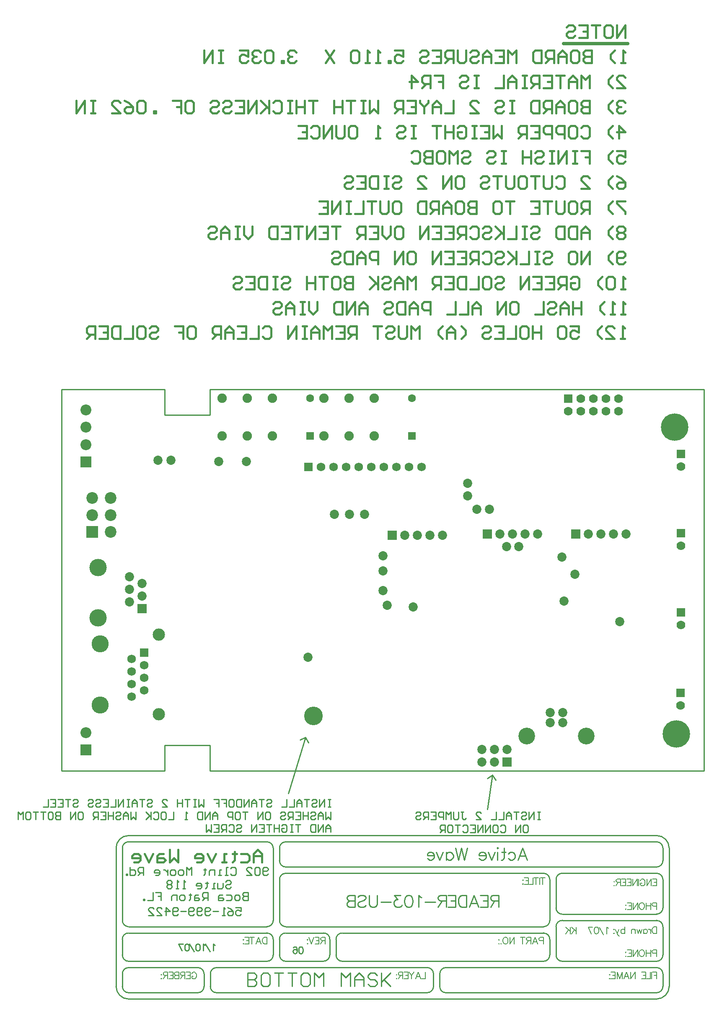
<source format=gbs>
%FSLAX25Y25*%
%MOIN*%
G70*
G01*
G75*
G04 Layer_Color=16711935*
%ADD10C,0.00800*%
%ADD11C,0.06000*%
%ADD12R,0.05500X0.04000*%
%ADD13R,0.03000X0.03000*%
%ADD14R,0.09000X0.05500*%
%ADD15R,0.09000X0.18000*%
%ADD16R,0.06299X0.01000*%
%ADD17O,0.06299X0.01000*%
%ADD18O,0.01000X0.06299*%
%ADD19R,0.03000X0.03000*%
%ADD20R,0.07800X0.07800*%
%ADD21R,0.09000X0.03500*%
%ADD22O,0.08000X0.02400*%
%ADD23R,0.03600X0.05000*%
%ADD24R,0.03600X0.03600*%
%ADD25R,0.18000X0.09000*%
%ADD26O,0.09000X0.02400*%
%ADD27R,0.08000X0.01400*%
%ADD28R,0.04000X0.03000*%
%ADD29R,0.11024X0.07900*%
%ADD30R,0.05500X0.09000*%
%ADD31R,0.04000X0.05500*%
%ADD32R,0.39488X0.17520*%
%ADD33R,0.06000X0.08000*%
%ADD34O,0.02400X0.08000*%
%ADD35R,0.09449X0.05906*%
%ADD36R,0.03500X0.07000*%
%ADD37R,0.11024X0.07087*%
%ADD38R,0.07087X0.11024*%
%ADD39O,0.03937X0.01000*%
%ADD40O,0.01000X0.03937*%
%ADD41R,0.06000X0.05000*%
%ADD42O,0.08000X0.03000*%
%ADD43C,0.01000*%
%ADD44C,0.02500*%
%ADD45C,0.01200*%
%ADD46C,0.03000*%
%ADD47C,0.02200*%
%ADD48C,0.01500*%
%ADD49C,0.02000*%
%ADD50C,0.04000*%
%ADD51C,0.01400*%
%ADD52C,0.00900*%
%ADD53C,0.00500*%
%ADD54C,0.06500*%
%ADD55C,0.05500*%
%ADD56C,0.06200*%
%ADD57R,0.06200X0.06200*%
%ADD58R,0.06500X0.06500*%
%ADD59R,0.06000X0.06000*%
%ADD60R,0.05200X0.05200*%
%ADD61C,0.06700*%
%ADD62C,0.21000*%
%ADD63C,0.14000*%
%ADD64R,0.06500X0.06500*%
%ADD65C,0.13000*%
%ADD66C,0.12800*%
%ADD67C,0.09000*%
%ADD68C,0.07874*%
%ADD69R,0.07874X0.07874*%
%ADD70R,0.08500X0.08500*%
%ADD71C,0.08500*%
%ADD72C,0.12500*%
%ADD73R,0.06200X0.06200*%
%ADD74C,0.03500*%
%ADD75C,0.00600*%
%ADD76C,0.01250*%
%ADD77C,0.06800*%
%ADD78R,0.06300X0.04800*%
%ADD79R,0.03800X0.03800*%
%ADD80R,0.09800X0.06300*%
%ADD81R,0.09800X0.18800*%
%ADD82R,0.06699X0.01400*%
%ADD83O,0.06699X0.01400*%
%ADD84O,0.01400X0.06699*%
%ADD85R,0.03800X0.03800*%
%ADD86R,0.08600X0.08600*%
%ADD87R,0.09800X0.04300*%
%ADD88O,0.08800X0.03200*%
%ADD89R,0.04400X0.05800*%
%ADD90R,0.04400X0.04400*%
%ADD91R,0.18800X0.09800*%
%ADD92O,0.09800X0.03200*%
%ADD93R,0.08400X0.01800*%
%ADD94R,0.04800X0.03800*%
%ADD95R,0.11824X0.08700*%
%ADD96R,0.06300X0.09800*%
%ADD97R,0.04800X0.06300*%
%ADD98R,0.40288X0.18320*%
%ADD99R,0.06800X0.08800*%
%ADD100O,0.03200X0.08800*%
%ADD101R,0.10249X0.06706*%
%ADD102R,0.04300X0.07800*%
%ADD103R,0.11824X0.07887*%
%ADD104R,0.07887X0.11824*%
%ADD105O,0.04237X0.01300*%
%ADD106O,0.01300X0.04237*%
%ADD107R,0.06800X0.05800*%
%ADD108O,0.08800X0.03800*%
%ADD109C,0.07300*%
%ADD110C,0.06300*%
%ADD111C,0.07000*%
%ADD112R,0.07000X0.07000*%
%ADD113R,0.07300X0.07300*%
%ADD114R,0.06800X0.06800*%
%ADD115R,0.06000X0.06000*%
%ADD116C,0.07500*%
%ADD117C,0.21800*%
%ADD118C,0.14800*%
%ADD119R,0.07300X0.07300*%
%ADD120C,0.13800*%
%ADD121C,0.13600*%
%ADD122C,0.09800*%
%ADD123C,0.08674*%
%ADD124R,0.08674X0.08674*%
%ADD125R,0.09300X0.09300*%
%ADD126C,0.09300*%
%ADD127C,0.13300*%
%ADD128R,0.07000X0.07000*%
D10*
X433915Y-160984D02*
X433407Y-160730D01*
X432646Y-159968D01*
Y-165300D01*
X430005Y-166062D02*
X426450Y-159968D01*
X424571D02*
X425333Y-160222D01*
X425841Y-160984D01*
X426095Y-162253D01*
Y-163015D01*
X425841Y-164285D01*
X425333Y-165047D01*
X424571Y-165300D01*
X424063D01*
X423302Y-165047D01*
X422794Y-164285D01*
X422540Y-163015D01*
Y-162253D01*
X422794Y-160984D01*
X423302Y-160222D01*
X424063Y-159968D01*
X424571D01*
X417792D02*
X420331Y-165300D01*
X421346Y-159968D02*
X417792D01*
X408219D02*
Y-165300D01*
X404664Y-159968D02*
X408219Y-163523D01*
X406949Y-162253D02*
X404664Y-165300D01*
X403471Y-159968D02*
Y-165300D01*
X399916Y-159968D02*
X403471Y-163523D01*
X402201Y-162253D02*
X399916Y-165300D01*
D43*
X146735Y-196544D02*
Y-207207D01*
X152066D01*
X153843Y-205430D01*
Y-203653D01*
X152066Y-201876D01*
X146735D01*
X152066D01*
X153843Y-200099D01*
Y-198321D01*
X152066Y-196544D01*
X146735D01*
X162729D02*
X159175D01*
X157398Y-198321D01*
Y-205430D01*
X159175Y-207207D01*
X162729D01*
X164507Y-205430D01*
Y-198321D01*
X162729Y-196544D01*
X168061D02*
X175170D01*
X171615D01*
Y-207207D01*
X178724Y-196544D02*
X185833D01*
X182279D01*
Y-207207D01*
X194719Y-196544D02*
X191165D01*
X189387Y-198321D01*
Y-205430D01*
X191165Y-207207D01*
X194719D01*
X196496Y-205430D01*
Y-198321D01*
X194719Y-196544D01*
X200051Y-207207D02*
Y-196544D01*
X203605Y-200099D01*
X207159Y-196544D01*
Y-207207D01*
X221377D02*
Y-196544D01*
X224931Y-200099D01*
X228486Y-196544D01*
Y-207207D01*
X232040D02*
Y-200099D01*
X235595Y-196544D01*
X239149Y-200099D01*
Y-207207D01*
Y-201876D01*
X232040D01*
X249812Y-198321D02*
X248035Y-196544D01*
X244481D01*
X242703Y-198321D01*
Y-200099D01*
X244481Y-201876D01*
X248035D01*
X249812Y-203653D01*
Y-205430D01*
X248035Y-207207D01*
X244481D01*
X242703Y-205430D01*
X253367Y-196544D02*
Y-207207D01*
Y-203653D01*
X260475Y-196544D01*
X255144Y-201876D01*
X260475Y-207207D01*
X509983Y-35770D02*
X487983D01*
X509983Y267730D02*
X486483D01*
X509983D02*
X116983D01*
Y-35770D02*
Y-15270D01*
X80983D01*
Y-35770D02*
Y-15270D01*
Y-35770D02*
X-1017D01*
X116983Y247230D02*
Y267730D01*
Y247230D02*
X80983D01*
Y267730D01*
X-1017D01*
Y-35770D02*
Y267730D01*
X509983Y-35770D02*
Y267730D01*
Y-35770D02*
X116983D01*
X304712Y-192195D02*
G03*
X299712Y-197195I0J-5000D01*
G01*
X299714Y-207227D02*
G03*
X304596Y-212195I4798J-167D01*
G01*
X294712Y-197195D02*
G03*
X289712Y-192195I-5000J0D01*
G01*
X289799Y-212194D02*
G03*
X294712Y-207195I-87J4999D01*
G01*
X122212Y-192195D02*
G03*
X117212Y-197195I0J-5000D01*
G01*
X117214Y-207227D02*
G03*
X122096Y-212195I4798J-167D01*
G01*
X107226Y-212194D02*
G03*
X112212Y-207295I85J4899D01*
G01*
Y-197195D02*
G03*
X107212Y-192195I-5000J0D01*
G01*
X397112Y-117195D02*
G03*
X392212Y-122095I0J-4900D01*
G01*
Y-144895D02*
G03*
X397012Y-149695I4800J0D01*
G01*
X397283Y-154698D02*
G03*
X392212Y-159595I-171J-4897D01*
G01*
X382312Y-159695D02*
G03*
X387212Y-154795I0J4900D01*
G01*
X382312Y-187195D02*
G03*
X387212Y-182295I0J4900D01*
G01*
X392212D02*
G03*
X397112Y-187195I4900J0D01*
G01*
X222112Y-164695D02*
G03*
X217212Y-169595I0J-4900D01*
G01*
X217213Y-182209D02*
G03*
X222112Y-187195I4899J-85D01*
G01*
X207201Y-187194D02*
G03*
X212212Y-182095I-89J5099D01*
G01*
X212205Y-169746D02*
G03*
X207412Y-164695I-4793J251D01*
G01*
X387212Y-169695D02*
G03*
X382212Y-164695I-5000J0D01*
G01*
X387212Y-122195D02*
G03*
X382212Y-117195I-5000J0D01*
G01*
X472299Y-187194D02*
G03*
X477212Y-182195I-87J4999D01*
G01*
Y-159695D02*
G03*
X472212Y-154695I-5000J0D01*
G01*
Y-149695D02*
G03*
X477212Y-144695I0J5000D01*
G01*
Y-122195D02*
G03*
X472212Y-117195I-5000J0D01*
G01*
Y-112195D02*
G03*
X477212Y-107195I0J5000D01*
G01*
Y-97195D02*
G03*
X472212Y-92195I-5000J0D01*
G01*
X177212D02*
G03*
X172212Y-97195I0J-5000D01*
G01*
X167212D02*
G03*
X162212Y-92195I-5000J0D01*
G01*
X172212Y-107195D02*
G03*
X177212Y-112195I5000J0D01*
G01*
Y-117195D02*
G03*
X172212Y-122195I0J-5000D01*
G01*
X477212Y-197195D02*
G03*
X472212Y-192195I-5000J0D01*
G01*
X172211Y-154695D02*
G03*
X177125Y-159695I5001J0D01*
G01*
X472299Y-212194D02*
G03*
X477212Y-207195I-87J4999D01*
G01*
X177112Y-164695D02*
G03*
X172212Y-169595I0J-4900D01*
G01*
X162226Y-187194D02*
G03*
X167212Y-182295I85J4899D01*
G01*
X172212Y-182195D02*
G03*
X177212Y-187195I5000J0D01*
G01*
X47212Y-207195D02*
G03*
X52212Y-212195I5000J0D01*
G01*
Y-192194D02*
G03*
X47212Y-197108I0J-5001D01*
G01*
X47212Y-182195D02*
G03*
X52212Y-187195I5000J0D01*
G01*
X52283Y-92198D02*
G03*
X47212Y-97095I-171J-4897D01*
G01*
X52212Y-87195D02*
G03*
X42212Y-97195I0J-10000D01*
G01*
Y-207195D02*
G03*
X52212Y-217195I10000J0D01*
G01*
X472288Y-217193D02*
G03*
X482212Y-207095I-176J10098D01*
G01*
Y-97195D02*
G03*
X472212Y-87195I-10000J0D01*
G01*
X162212Y-159695D02*
G03*
X167212Y-154695I0J5000D01*
G01*
X47212D02*
G03*
X52212Y-159695I5000J0D01*
G01*
X167212Y-169695D02*
G03*
X162212Y-164695I-5000J0D01*
G01*
X52112D02*
G03*
X47212Y-169595I0J-4900D01*
G01*
X289712Y-212195D02*
X122212D01*
X472212D02*
X304712D01*
X472212Y-192195D02*
X304712D01*
X289712D02*
X122212D01*
X107212Y-212195D02*
X52212D01*
X107212Y-192195D02*
X52212D01*
X472212Y-92195D02*
X177212D01*
X472212Y-217195D02*
X52212D01*
X472212Y-87195D02*
X52212D01*
X472212Y-187195D02*
X397212D01*
X472212Y-154695D02*
X397212D01*
X472212Y-149695D02*
X397212D01*
X472212Y-117195D02*
X397212D01*
X472212Y-112195D02*
X177212D01*
X382212Y-117195D02*
X177212D01*
X382212Y-164695D02*
X222212D01*
X382212Y-187195D02*
X222212D01*
X207212D02*
X177212D01*
X207212Y-164695D02*
X177212D01*
X162212Y-187195D02*
X52212D01*
X162212Y-92195D02*
X52212D01*
X382212Y-159695D02*
X177212D01*
X162212D02*
X52212D01*
X162212Y-164695D02*
X52212D01*
X299712Y-207195D02*
Y-197195D01*
X294712Y-207195D02*
Y-197195D01*
X117212Y-207195D02*
Y-197195D01*
X112212Y-207195D02*
Y-197195D01*
X42212Y-207195D02*
Y-97195D01*
X477212Y-182195D02*
Y-159695D01*
X392212Y-182195D02*
Y-159695D01*
X477212Y-144695D02*
Y-122195D01*
X392212Y-144695D02*
Y-122195D01*
X477212Y-107195D02*
Y-97195D01*
X172212Y-107195D02*
Y-97195D01*
Y-154695D02*
Y-122195D01*
X387212Y-154695D02*
Y-122195D01*
X217212Y-182195D02*
Y-169695D01*
X387212Y-182195D02*
Y-169695D01*
X212212Y-182195D02*
Y-169695D01*
X172212Y-182195D02*
Y-169695D01*
X47212Y-207195D02*
Y-197195D01*
X477212Y-207195D02*
Y-197195D01*
X482212Y-207195D02*
Y-97195D01*
X167212Y-154695D02*
Y-97195D01*
X47212Y-154695D02*
Y-97195D01*
X167212Y-182195D02*
Y-169695D01*
X47212Y-182195D02*
Y-169595D01*
X129339Y-123945D02*
X130405Y-122879D01*
X132537D01*
X133604Y-123945D01*
Y-125012D01*
X132537Y-126078D01*
X130405D01*
X129339Y-127145D01*
Y-128211D01*
X130405Y-129277D01*
X132537D01*
X133604Y-128211D01*
X127206Y-125012D02*
Y-128211D01*
X126139Y-129277D01*
X122941D01*
Y-125012D01*
X120808Y-129277D02*
X118675D01*
X119742D01*
Y-125012D01*
X120808D01*
X114410Y-123945D02*
Y-125012D01*
X115476D01*
X113344D01*
X114410D01*
Y-128211D01*
X113344Y-129277D01*
X106946D02*
X109078D01*
X110145Y-128211D01*
Y-126078D01*
X109078Y-125012D01*
X106946D01*
X105879Y-126078D01*
Y-127145D01*
X110145D01*
X97349Y-129277D02*
X95216D01*
X96283D01*
Y-122879D01*
X97349Y-123945D01*
X92017Y-129277D02*
X89885D01*
X90951D01*
Y-122879D01*
X92017Y-123945D01*
X86686D02*
X85619Y-122879D01*
X83487D01*
X82420Y-123945D01*
Y-125012D01*
X83487Y-126078D01*
X82420Y-127145D01*
Y-128211D01*
X83487Y-129277D01*
X85619D01*
X86686Y-128211D01*
Y-127145D01*
X85619Y-126078D01*
X86686Y-125012D01*
Y-123945D01*
X85619Y-126078D02*
X83487D01*
X137338Y-144379D02*
X141604D01*
Y-147578D01*
X139471Y-146512D01*
X138405D01*
X137338Y-147578D01*
Y-149711D01*
X138405Y-150777D01*
X140537D01*
X141604Y-149711D01*
X130940Y-144379D02*
X133073Y-145446D01*
X135206Y-147578D01*
Y-149711D01*
X134140Y-150777D01*
X132007D01*
X130940Y-149711D01*
Y-148644D01*
X132007Y-147578D01*
X135206D01*
X128808Y-150777D02*
X126675D01*
X127742D01*
Y-144379D01*
X128808Y-145446D01*
X123476Y-147578D02*
X119211D01*
X117078Y-149711D02*
X116012Y-150777D01*
X113879D01*
X112813Y-149711D01*
Y-145446D01*
X113879Y-144379D01*
X116012D01*
X117078Y-145446D01*
Y-146512D01*
X116012Y-147578D01*
X112813D01*
X110680Y-149711D02*
X109614Y-150777D01*
X107482D01*
X106415Y-149711D01*
Y-145446D01*
X107482Y-144379D01*
X109614D01*
X110680Y-145446D01*
Y-146512D01*
X109614Y-147578D01*
X106415D01*
X104282Y-149711D02*
X103216Y-150777D01*
X101084D01*
X100017Y-149711D01*
Y-145446D01*
X101084Y-144379D01*
X103216D01*
X104282Y-145446D01*
Y-146512D01*
X103216Y-147578D01*
X100017D01*
X97885D02*
X93619D01*
X91487Y-149711D02*
X90420Y-150777D01*
X88288D01*
X87221Y-149711D01*
Y-145446D01*
X88288Y-144379D01*
X90420D01*
X91487Y-145446D01*
Y-146512D01*
X90420Y-147578D01*
X87221D01*
X81890Y-150777D02*
Y-144379D01*
X85089Y-147578D01*
X80823D01*
X74426Y-150777D02*
X78691D01*
X74426Y-146512D01*
Y-145446D01*
X75492Y-144379D01*
X77624D01*
X78691Y-145446D01*
X68028Y-150777D02*
X72293D01*
X68028Y-146512D01*
Y-145446D01*
X69094Y-144379D01*
X71227D01*
X72293Y-145446D01*
X163104Y-117711D02*
X162037Y-118777D01*
X159905D01*
X158838Y-117711D01*
Y-113445D01*
X159905Y-112379D01*
X162037D01*
X163104Y-113445D01*
Y-114512D01*
X162037Y-115578D01*
X158838D01*
X156706Y-113445D02*
X155640Y-112379D01*
X153507D01*
X152441Y-113445D01*
Y-117711D01*
X153507Y-118777D01*
X155640D01*
X156706Y-117711D01*
Y-113445D01*
X146043Y-118777D02*
X150308D01*
X146043Y-114512D01*
Y-113445D01*
X147109Y-112379D01*
X149242D01*
X150308Y-113445D01*
X133247D02*
X134313Y-112379D01*
X136446D01*
X137512Y-113445D01*
Y-117711D01*
X136446Y-118777D01*
X134313D01*
X133247Y-117711D01*
X131114Y-118777D02*
X128981D01*
X130048D01*
Y-112379D01*
X131114D01*
X125783Y-118777D02*
X123650D01*
X124716D01*
Y-114512D01*
X125783D01*
X120451Y-118777D02*
Y-114512D01*
X117252D01*
X116186Y-115578D01*
Y-118777D01*
X112987Y-113445D02*
Y-114512D01*
X114053D01*
X111920D01*
X112987D01*
Y-117711D01*
X111920Y-118777D01*
X102323D02*
Y-112379D01*
X100191Y-114512D01*
X98058Y-112379D01*
Y-118777D01*
X94859D02*
X92726D01*
X91660Y-117711D01*
Y-115578D01*
X92726Y-114512D01*
X94859D01*
X95925Y-115578D01*
Y-117711D01*
X94859Y-118777D01*
X88461D02*
X86329D01*
X85262Y-117711D01*
Y-115578D01*
X86329Y-114512D01*
X88461D01*
X89528Y-115578D01*
Y-117711D01*
X88461Y-118777D01*
X83130Y-114512D02*
Y-118777D01*
Y-116645D01*
X82063Y-115578D01*
X80997Y-114512D01*
X79931D01*
X73533Y-118777D02*
X75665D01*
X76732Y-117711D01*
Y-115578D01*
X75665Y-114512D01*
X73533D01*
X72466Y-115578D01*
Y-116645D01*
X76732D01*
X63936Y-118777D02*
Y-112379D01*
X60737D01*
X59671Y-113445D01*
Y-115578D01*
X60737Y-116645D01*
X63936D01*
X61803D02*
X59671Y-118777D01*
X53273Y-112379D02*
Y-118777D01*
X56472D01*
X57538Y-117711D01*
Y-115578D01*
X56472Y-114512D01*
X53273D01*
X51140Y-118777D02*
Y-117711D01*
X50074D01*
Y-118777D01*
X51140D01*
X147104Y-132379D02*
Y-138777D01*
X143905D01*
X142839Y-137711D01*
Y-136644D01*
X143905Y-135578D01*
X147104D01*
X143905D01*
X142839Y-134512D01*
Y-133446D01*
X143905Y-132379D01*
X147104D01*
X139639Y-138777D02*
X137507D01*
X136441Y-137711D01*
Y-135578D01*
X137507Y-134512D01*
X139639D01*
X140706Y-135578D01*
Y-137711D01*
X139639Y-138777D01*
X130043Y-134512D02*
X133242D01*
X134308Y-135578D01*
Y-137711D01*
X133242Y-138777D01*
X130043D01*
X126844Y-134512D02*
X124711D01*
X123645Y-135578D01*
Y-138777D01*
X126844D01*
X127910Y-137711D01*
X126844Y-136644D01*
X123645D01*
X115114Y-138777D02*
Y-132379D01*
X111915D01*
X110849Y-133446D01*
Y-135578D01*
X111915Y-136644D01*
X115114D01*
X112981D02*
X110849Y-138777D01*
X107650Y-134512D02*
X105517D01*
X104451Y-135578D01*
Y-138777D01*
X107650D01*
X108716Y-137711D01*
X107650Y-136644D01*
X104451D01*
X101252Y-133446D02*
Y-134512D01*
X102318D01*
X100186D01*
X101252D01*
Y-137711D01*
X100186Y-138777D01*
X95920D02*
X93788D01*
X92721Y-137711D01*
Y-135578D01*
X93788Y-134512D01*
X95920D01*
X96987Y-135578D01*
Y-137711D01*
X95920Y-138777D01*
X90589D02*
Y-134512D01*
X87390D01*
X86323Y-135578D01*
Y-138777D01*
X73528Y-132379D02*
X77793D01*
Y-135578D01*
X75660D01*
X77793D01*
Y-138777D01*
X71395Y-132379D02*
Y-138777D01*
X67130D01*
X64997D02*
Y-137711D01*
X63931D01*
Y-138777D01*
X64997D01*
X341483Y-38991D02*
X337433Y-66570D01*
X341483Y-38991D02*
X337429Y-41829D01*
X344322Y-43045D02*
X341483Y-38991D01*
X192983Y-9020D02*
X179183Y-53770D01*
X192983Y-9020D02*
X188497Y-11112D01*
X195075Y-13506D02*
X192983Y-9020D01*
X379483Y-68322D02*
X377484D01*
X378484D01*
Y-74320D01*
X379483D01*
X377484D01*
X374485D02*
Y-68322D01*
X370486Y-74320D01*
Y-68322D01*
X364488Y-69322D02*
X365488Y-68322D01*
X367487D01*
X368487Y-69322D01*
Y-70321D01*
X367487Y-71321D01*
X365488D01*
X364488Y-72321D01*
Y-73320D01*
X365488Y-74320D01*
X367487D01*
X368487Y-73320D01*
X362489Y-68322D02*
X358490D01*
X360489D01*
Y-74320D01*
X356491D02*
Y-70321D01*
X354491Y-68322D01*
X352492Y-70321D01*
Y-74320D01*
Y-71321D01*
X356491D01*
X350493Y-68322D02*
Y-74320D01*
X346494D01*
X344495Y-68322D02*
Y-74320D01*
X340496D01*
X328500D02*
X332499D01*
X328500Y-70321D01*
Y-69322D01*
X329500Y-68322D01*
X331499D01*
X332499Y-69322D01*
X316504Y-68322D02*
X318503D01*
X317503D01*
Y-73320D01*
X318503Y-74320D01*
X319503D01*
X320502Y-73320D01*
X314504Y-68322D02*
Y-73320D01*
X313505Y-74320D01*
X311505D01*
X310506Y-73320D01*
Y-68322D01*
X308506Y-74320D02*
Y-68322D01*
X306507Y-70321D01*
X304507Y-68322D01*
Y-74320D01*
X302508D02*
Y-68322D01*
X299509D01*
X298510Y-69322D01*
Y-71321D01*
X299509Y-72321D01*
X302508D01*
X292511Y-68322D02*
X296510D01*
Y-74320D01*
X292511D01*
X296510Y-71321D02*
X294511D01*
X290512Y-74320D02*
Y-68322D01*
X287513D01*
X286513Y-69322D01*
Y-71321D01*
X287513Y-72321D01*
X290512D01*
X288513D02*
X286513Y-74320D01*
X280515Y-69322D02*
X281515Y-68322D01*
X283514D01*
X284514Y-69322D01*
Y-70321D01*
X283514Y-71321D01*
X281515D01*
X280515Y-72321D01*
Y-73320D01*
X281515Y-74320D01*
X283514D01*
X284514Y-73320D01*
X366984Y-78822D02*
X368984D01*
X369983Y-79822D01*
Y-83820D01*
X368984Y-84820D01*
X366984D01*
X365985Y-83820D01*
Y-79822D01*
X366984Y-78822D01*
X363985Y-84820D02*
Y-78822D01*
X359986Y-84820D01*
Y-78822D01*
X347990Y-79822D02*
X348990Y-78822D01*
X350989D01*
X351989Y-79822D01*
Y-83820D01*
X350989Y-84820D01*
X348990D01*
X347990Y-83820D01*
X342992Y-78822D02*
X344991D01*
X345991Y-79822D01*
Y-83820D01*
X344991Y-84820D01*
X342992D01*
X341992Y-83820D01*
Y-79822D01*
X342992Y-78822D01*
X339993Y-84820D02*
Y-78822D01*
X335994Y-84820D01*
Y-78822D01*
X333995Y-84820D02*
Y-78822D01*
X329996Y-84820D01*
Y-78822D01*
X323998D02*
X327997D01*
Y-84820D01*
X323998D01*
X327997Y-81821D02*
X325997D01*
X318000Y-79822D02*
X319000Y-78822D01*
X320999D01*
X321999Y-79822D01*
Y-83820D01*
X320999Y-84820D01*
X319000D01*
X318000Y-83820D01*
X316001Y-78822D02*
X312002D01*
X314001D01*
Y-84820D01*
X307004Y-78822D02*
X309003D01*
X310003Y-79822D01*
Y-83820D01*
X309003Y-84820D01*
X307004D01*
X306004Y-83820D01*
Y-79822D01*
X307004Y-78822D01*
X304005Y-84820D02*
Y-78822D01*
X301006D01*
X300006Y-79822D01*
Y-81821D01*
X301006Y-82821D01*
X304005D01*
X302005D02*
X300006Y-84820D01*
X212983Y-58522D02*
X210984D01*
X211984D01*
Y-64520D01*
X212983D01*
X210984D01*
X207985D02*
Y-58522D01*
X203986Y-64520D01*
Y-58522D01*
X197988Y-59522D02*
X198988Y-58522D01*
X200987D01*
X201987Y-59522D01*
Y-60521D01*
X200987Y-61521D01*
X198988D01*
X197988Y-62521D01*
Y-63520D01*
X198988Y-64520D01*
X200987D01*
X201987Y-63520D01*
X195989Y-58522D02*
X191990D01*
X193990D01*
Y-64520D01*
X189991D02*
Y-60521D01*
X187991Y-58522D01*
X185992Y-60521D01*
Y-64520D01*
Y-61521D01*
X189991D01*
X183993Y-58522D02*
Y-64520D01*
X179994D01*
X177995Y-58522D02*
Y-64520D01*
X173996D01*
X162000Y-59522D02*
X162999Y-58522D01*
X164999D01*
X165998Y-59522D01*
Y-60521D01*
X164999Y-61521D01*
X162999D01*
X162000Y-62521D01*
Y-63520D01*
X162999Y-64520D01*
X164999D01*
X165998Y-63520D01*
X160000Y-58522D02*
X156002D01*
X158001D01*
Y-64520D01*
X154002D02*
Y-60521D01*
X152003Y-58522D01*
X150004Y-60521D01*
Y-64520D01*
Y-61521D01*
X154002D01*
X148004Y-64520D02*
Y-58522D01*
X144006Y-64520D01*
Y-58522D01*
X142006D02*
Y-64520D01*
X139007D01*
X138007Y-63520D01*
Y-59522D01*
X139007Y-58522D01*
X142006D01*
X133009D02*
X135009D01*
X136008Y-59522D01*
Y-63520D01*
X135009Y-64520D01*
X133009D01*
X132009Y-63520D01*
Y-59522D01*
X133009Y-58522D01*
X126011D02*
X130010D01*
Y-61521D01*
X128011D01*
X130010D01*
Y-64520D01*
X120013Y-58522D02*
X124012D01*
Y-61521D01*
X122013D01*
X124012D01*
Y-64520D01*
X112016Y-58522D02*
Y-64520D01*
X110017Y-62521D01*
X108017Y-64520D01*
Y-58522D01*
X106018D02*
X104019D01*
X105018D01*
Y-64520D01*
X106018D01*
X104019D01*
X101020Y-58522D02*
X97021D01*
X99020D01*
Y-64520D01*
X95021Y-58522D02*
Y-64520D01*
Y-61521D01*
X91023D01*
Y-58522D01*
Y-64520D01*
X79027D02*
X83025D01*
X79027Y-60521D01*
Y-59522D01*
X80026Y-58522D01*
X82026D01*
X83025Y-59522D01*
X67031D02*
X68030Y-58522D01*
X70029D01*
X71029Y-59522D01*
Y-60521D01*
X70029Y-61521D01*
X68030D01*
X67031Y-62521D01*
Y-63520D01*
X68030Y-64520D01*
X70029D01*
X71029Y-63520D01*
X65031Y-58522D02*
X61032D01*
X63032D01*
Y-64520D01*
X59033D02*
Y-60521D01*
X57034Y-58522D01*
X55034Y-60521D01*
Y-64520D01*
Y-61521D01*
X59033D01*
X53035Y-58522D02*
X51036D01*
X52035D01*
Y-64520D01*
X53035D01*
X51036D01*
X48037D02*
Y-58522D01*
X44038Y-64520D01*
Y-58522D01*
X42039D02*
Y-64520D01*
X38040D01*
X32042Y-58522D02*
X36040D01*
Y-64520D01*
X32042D01*
X36040Y-61521D02*
X34041D01*
X26044Y-59522D02*
X27044Y-58522D01*
X29043D01*
X30042Y-59522D01*
Y-60521D01*
X29043Y-61521D01*
X27044D01*
X26044Y-62521D01*
Y-63520D01*
X27044Y-64520D01*
X29043D01*
X30042Y-63520D01*
X20046Y-59522D02*
X21045Y-58522D01*
X23045D01*
X24044Y-59522D01*
Y-60521D01*
X23045Y-61521D01*
X21045D01*
X20046Y-62521D01*
Y-63520D01*
X21045Y-64520D01*
X23045D01*
X24044Y-63520D01*
X8050Y-59522D02*
X9049Y-58522D01*
X11049D01*
X12048Y-59522D01*
Y-60521D01*
X11049Y-61521D01*
X9049D01*
X8050Y-62521D01*
Y-63520D01*
X9049Y-64520D01*
X11049D01*
X12048Y-63520D01*
X6050Y-58522D02*
X2052D01*
X4051D01*
Y-64520D01*
X-3946Y-58522D02*
X52D01*
Y-64520D01*
X-3946D01*
X52Y-61521D02*
X-1947D01*
X-9945Y-58522D02*
X-5946D01*
Y-64520D01*
X-9945D01*
X-5946Y-61521D02*
X-7945D01*
X-11944Y-58522D02*
Y-64520D01*
X-15943D01*
X212983Y-68522D02*
Y-74520D01*
X210984Y-72521D01*
X208985Y-74520D01*
Y-68522D01*
X206985Y-74520D02*
Y-70521D01*
X204986Y-68522D01*
X202987Y-70521D01*
Y-74520D01*
Y-71521D01*
X206985D01*
X196988Y-69522D02*
X197988Y-68522D01*
X199987D01*
X200987Y-69522D01*
Y-70521D01*
X199987Y-71521D01*
X197988D01*
X196988Y-72521D01*
Y-73520D01*
X197988Y-74520D01*
X199987D01*
X200987Y-73520D01*
X194989Y-68522D02*
Y-74520D01*
Y-71521D01*
X190990D01*
Y-68522D01*
Y-74520D01*
X184992Y-68522D02*
X188991D01*
Y-74520D01*
X184992D01*
X188991Y-71521D02*
X186992D01*
X182993Y-74520D02*
Y-68522D01*
X179994D01*
X178994Y-69522D01*
Y-71521D01*
X179994Y-72521D01*
X182993D01*
X180994D02*
X178994Y-74520D01*
X172996Y-69522D02*
X173996Y-68522D01*
X175995D01*
X176995Y-69522D01*
Y-70521D01*
X175995Y-71521D01*
X173996D01*
X172996Y-72521D01*
Y-73520D01*
X173996Y-74520D01*
X175995D01*
X176995Y-73520D01*
X162000Y-68522D02*
X163999D01*
X164999Y-69522D01*
Y-73520D01*
X163999Y-74520D01*
X162000D01*
X161000Y-73520D01*
Y-69522D01*
X162000Y-68522D01*
X159001Y-74520D02*
Y-68522D01*
X155002Y-74520D01*
Y-68522D01*
X147005D02*
X143006D01*
X145005D01*
Y-74520D01*
X138007Y-68522D02*
X140007D01*
X141007Y-69522D01*
Y-73520D01*
X140007Y-74520D01*
X138007D01*
X137008Y-73520D01*
Y-69522D01*
X138007Y-68522D01*
X135009Y-74520D02*
Y-68522D01*
X132009D01*
X131010Y-69522D01*
Y-71521D01*
X132009Y-72521D01*
X135009D01*
X123012Y-74520D02*
Y-70521D01*
X121013Y-68522D01*
X119014Y-70521D01*
Y-74520D01*
Y-71521D01*
X123012D01*
X117014Y-74520D02*
Y-68522D01*
X113016Y-74520D01*
Y-68522D01*
X111016D02*
Y-74520D01*
X108017D01*
X107018Y-73520D01*
Y-69522D01*
X108017Y-68522D01*
X111016D01*
X99020Y-74520D02*
X97021D01*
X98020D01*
Y-68522D01*
X99020Y-69522D01*
X88024Y-68522D02*
Y-74520D01*
X84025D01*
X79027Y-68522D02*
X81026D01*
X82026Y-69522D01*
Y-73520D01*
X81026Y-74520D01*
X79027D01*
X78027Y-73520D01*
Y-69522D01*
X79027Y-68522D01*
X72029Y-69522D02*
X73029Y-68522D01*
X75028D01*
X76028Y-69522D01*
Y-73520D01*
X75028Y-74520D01*
X73029D01*
X72029Y-73520D01*
X70029Y-68522D02*
Y-74520D01*
Y-72521D01*
X66031Y-68522D01*
X69030Y-71521D01*
X66031Y-74520D01*
X58033Y-68522D02*
Y-74520D01*
X56034Y-72521D01*
X54035Y-74520D01*
Y-68522D01*
X52035Y-74520D02*
Y-70521D01*
X50036Y-68522D01*
X48037Y-70521D01*
Y-74520D01*
Y-71521D01*
X52035D01*
X42039Y-69522D02*
X43038Y-68522D01*
X45038D01*
X46037Y-69522D01*
Y-70521D01*
X45038Y-71521D01*
X43038D01*
X42039Y-72521D01*
Y-73520D01*
X43038Y-74520D01*
X45038D01*
X46037Y-73520D01*
X40039Y-68522D02*
Y-74520D01*
Y-71521D01*
X36040D01*
Y-68522D01*
Y-74520D01*
X30042Y-68522D02*
X34041D01*
Y-74520D01*
X30042D01*
X34041Y-71521D02*
X32042D01*
X28043Y-74520D02*
Y-68522D01*
X25044D01*
X24044Y-69522D01*
Y-71521D01*
X25044Y-72521D01*
X28043D01*
X26044D02*
X24044Y-74520D01*
X13048Y-68522D02*
X15047D01*
X16047Y-69522D01*
Y-73520D01*
X15047Y-74520D01*
X13048D01*
X12048Y-73520D01*
Y-69522D01*
X13048Y-68522D01*
X10049Y-74520D02*
Y-68522D01*
X6050Y-74520D01*
Y-68522D01*
X-1947D02*
Y-74520D01*
X-4946D01*
X-5946Y-73520D01*
Y-72521D01*
X-4946Y-71521D01*
X-1947D01*
X-4946D01*
X-5946Y-70521D01*
Y-69522D01*
X-4946Y-68522D01*
X-1947D01*
X-10944D02*
X-8945D01*
X-7945Y-69522D01*
Y-73520D01*
X-8945Y-74520D01*
X-10944D01*
X-11944Y-73520D01*
Y-69522D01*
X-10944Y-68522D01*
X-13943D02*
X-17942D01*
X-15943D01*
Y-74520D01*
X-19941Y-68522D02*
X-23940D01*
X-21941D01*
Y-74520D01*
X-28938Y-68522D02*
X-26939D01*
X-25939Y-69522D01*
Y-73520D01*
X-26939Y-74520D01*
X-28938D01*
X-29938Y-73520D01*
Y-69522D01*
X-28938Y-68522D01*
X-31938Y-74520D02*
Y-68522D01*
X-33937Y-70521D01*
X-35936Y-68522D01*
Y-74520D01*
X212983Y-84520D02*
Y-80521D01*
X210984Y-78522D01*
X208985Y-80521D01*
Y-84520D01*
Y-81521D01*
X212983D01*
X206985Y-84520D02*
Y-78522D01*
X202987Y-84520D01*
Y-78522D01*
X200987D02*
Y-84520D01*
X197988D01*
X196988Y-83520D01*
Y-79522D01*
X197988Y-78522D01*
X200987D01*
X188991D02*
X184992D01*
X186992D01*
Y-84520D01*
X182993Y-78522D02*
X180994D01*
X181993D01*
Y-84520D01*
X182993D01*
X180994D01*
X173996Y-79522D02*
X174996Y-78522D01*
X176995D01*
X177995Y-79522D01*
Y-83520D01*
X176995Y-84520D01*
X174996D01*
X173996Y-83520D01*
Y-81521D01*
X175995D01*
X171997Y-78522D02*
Y-84520D01*
Y-81521D01*
X167998D01*
Y-78522D01*
Y-84520D01*
X165998Y-78522D02*
X162000D01*
X163999D01*
Y-84520D01*
X156002Y-78522D02*
X160000D01*
Y-84520D01*
X156002D01*
X160000Y-81521D02*
X158001D01*
X154002Y-84520D02*
Y-78522D01*
X150004Y-84520D01*
Y-78522D01*
X138007Y-79522D02*
X139007Y-78522D01*
X141007D01*
X142006Y-79522D01*
Y-80521D01*
X141007Y-81521D01*
X139007D01*
X138007Y-82521D01*
Y-83520D01*
X139007Y-84520D01*
X141007D01*
X142006Y-83520D01*
X132009Y-79522D02*
X133009Y-78522D01*
X135009D01*
X136008Y-79522D01*
Y-83520D01*
X135009Y-84520D01*
X133009D01*
X132009Y-83520D01*
X130010Y-84520D02*
Y-78522D01*
X127011D01*
X126011Y-79522D01*
Y-81521D01*
X127011Y-82521D01*
X130010D01*
X128011D02*
X126011Y-84520D01*
X120013Y-78522D02*
X124012D01*
Y-84520D01*
X120013D01*
X124012Y-81521D02*
X122013D01*
X118014Y-78522D02*
Y-84520D01*
X116015Y-82521D01*
X114015Y-84520D01*
Y-78522D01*
D44*
X449104Y542623D02*
X398104D01*
D48*
X158104Y-108277D02*
Y-101613D01*
X154771Y-98280D01*
X151439Y-101613D01*
Y-108277D01*
Y-103279D01*
X158104D01*
X141443Y-101613D02*
X146441D01*
X148107Y-103279D01*
Y-106611D01*
X146441Y-108277D01*
X141443D01*
X136444Y-99946D02*
Y-101613D01*
X138110D01*
X134778D01*
X136444D01*
Y-106611D01*
X134778Y-108277D01*
X129780D02*
X126447D01*
X128113D01*
Y-101613D01*
X129780D01*
X121449D02*
X118117Y-108277D01*
X114784Y-101613D01*
X106454Y-108277D02*
X109786D01*
X111452Y-106611D01*
Y-103279D01*
X109786Y-101613D01*
X106454D01*
X104788Y-103279D01*
Y-104945D01*
X111452D01*
X91459Y-98280D02*
Y-108277D01*
X88126Y-104945D01*
X84794Y-108277D01*
Y-98280D01*
X79796Y-101613D02*
X76464D01*
X74797Y-103279D01*
Y-108277D01*
X79796D01*
X81462Y-106611D01*
X79796Y-104945D01*
X74797D01*
X71465Y-101613D02*
X68133Y-108277D01*
X64801Y-101613D01*
X56470Y-108277D02*
X59802D01*
X61468Y-106611D01*
Y-103279D01*
X59802Y-101613D01*
X56470D01*
X54804Y-103279D01*
Y-104945D01*
X61468D01*
X446983Y307980D02*
X443651D01*
X445317D01*
Y317977D01*
X446983Y316311D01*
X431988Y307980D02*
X438653D01*
X431988Y314645D01*
Y316311D01*
X433654Y317977D01*
X436986D01*
X438653Y316311D01*
X428656Y307980D02*
X425324Y311312D01*
Y314645D01*
X428656Y317977D01*
X403664D02*
X410328D01*
Y312978D01*
X406996Y314645D01*
X405330D01*
X403664Y312978D01*
Y309646D01*
X405330Y307980D01*
X408662D01*
X410328Y309646D01*
X400332Y316311D02*
X398666Y317977D01*
X395333D01*
X393667Y316311D01*
Y309646D01*
X395333Y307980D01*
X398666D01*
X400332Y309646D01*
Y316311D01*
X380338Y317977D02*
Y307980D01*
Y312978D01*
X373674D01*
Y317977D01*
Y307980D01*
X365343Y317977D02*
X368675D01*
X370341Y316311D01*
Y309646D01*
X368675Y307980D01*
X365343D01*
X363677Y309646D01*
Y316311D01*
X365343Y317977D01*
X360345D02*
Y307980D01*
X353680D01*
X343683Y317977D02*
X350348D01*
Y307980D01*
X343683D01*
X350348Y312978D02*
X347016D01*
X333687Y316311D02*
X335353Y317977D01*
X338685D01*
X340351Y316311D01*
Y314645D01*
X338685Y312978D01*
X335353D01*
X333687Y311312D01*
Y309646D01*
X335353Y307980D01*
X338685D01*
X340351Y309646D01*
X317025Y307980D02*
X320357Y311312D01*
Y314645D01*
X317025Y317977D01*
X312027Y307980D02*
Y314645D01*
X308695Y317977D01*
X305362Y314645D01*
Y307980D01*
Y312978D01*
X312027D01*
X302030Y307980D02*
X298698Y311312D01*
Y314645D01*
X302030Y317977D01*
X283703Y307980D02*
Y317977D01*
X280370Y314645D01*
X277038Y317977D01*
Y307980D01*
X273706Y317977D02*
Y309646D01*
X272040Y307980D01*
X268708D01*
X267041Y309646D01*
Y317977D01*
X257045Y316311D02*
X258711Y317977D01*
X262043D01*
X263709Y316311D01*
Y314645D01*
X262043Y312978D01*
X258711D01*
X257045Y311312D01*
Y309646D01*
X258711Y307980D01*
X262043D01*
X263709Y309646D01*
X253712Y317977D02*
X247048D01*
X250380D01*
Y307980D01*
X233719D02*
Y317977D01*
X228720D01*
X227054Y316311D01*
Y312978D01*
X228720Y311312D01*
X233719D01*
X230387D02*
X227054Y307980D01*
X217058Y317977D02*
X223722D01*
Y307980D01*
X217058D01*
X223722Y312978D02*
X220390D01*
X213725Y307980D02*
Y317977D01*
X210393Y314645D01*
X207061Y317977D01*
Y307980D01*
X203729D02*
Y314645D01*
X200396Y317977D01*
X197064Y314645D01*
Y307980D01*
Y312978D01*
X203729D01*
X193732Y317977D02*
X190400D01*
X192066D01*
Y307980D01*
X193732D01*
X190400D01*
X185401D02*
Y317977D01*
X178737Y307980D01*
Y317977D01*
X158743Y316311D02*
X160409Y317977D01*
X163742D01*
X165408Y316311D01*
Y309646D01*
X163742Y307980D01*
X160409D01*
X158743Y309646D01*
X155411Y317977D02*
Y307980D01*
X148746D01*
X138750Y317977D02*
X145414D01*
Y307980D01*
X138750D01*
X145414Y312978D02*
X142082D01*
X135417Y307980D02*
Y314645D01*
X132085Y317977D01*
X128753Y314645D01*
Y307980D01*
Y312978D01*
X135417D01*
X125420Y307980D02*
Y317977D01*
X120422D01*
X118756Y316311D01*
Y312978D01*
X120422Y311312D01*
X125420D01*
X122088D02*
X118756Y307980D01*
X100429Y317977D02*
X103761D01*
X105427Y316311D01*
Y309646D01*
X103761Y307980D01*
X100429D01*
X98763Y309646D01*
Y316311D01*
X100429Y317977D01*
X88766D02*
X95430D01*
Y312978D01*
X92098D01*
X95430D01*
Y307980D01*
X68772Y316311D02*
X70438Y317977D01*
X73771D01*
X75437Y316311D01*
Y314645D01*
X73771Y312978D01*
X70438D01*
X68772Y311312D01*
Y309646D01*
X70438Y307980D01*
X73771D01*
X75437Y309646D01*
X60441Y317977D02*
X63774D01*
X65440Y316311D01*
Y309646D01*
X63774Y307980D01*
X60441D01*
X58775Y309646D01*
Y316311D01*
X60441Y317977D01*
X55443D02*
Y307980D01*
X48779D01*
X45446Y317977D02*
Y307980D01*
X40448D01*
X38782Y309646D01*
Y316311D01*
X40448Y317977D01*
X45446D01*
X28785D02*
X35450D01*
Y307980D01*
X28785D01*
X35450Y312978D02*
X32117D01*
X25453Y307980D02*
Y317977D01*
X20455D01*
X18788Y316311D01*
Y312978D01*
X20455Y311312D01*
X25453D01*
X22121D02*
X18788Y307980D01*
X447104Y347123D02*
X443772D01*
X445438D01*
Y357120D01*
X447104Y355453D01*
X438773D02*
X437107Y357120D01*
X433775D01*
X432109Y355453D01*
Y348789D01*
X433775Y347123D01*
X437107D01*
X438773Y348789D01*
Y355453D01*
X428776Y347123D02*
X425444Y350455D01*
Y353787D01*
X428776Y357120D01*
X403784Y355453D02*
X405451Y357120D01*
X408783D01*
X410449Y355453D01*
Y348789D01*
X408783Y347123D01*
X405451D01*
X403784Y348789D01*
Y352121D01*
X407117D01*
X400452Y347123D02*
Y357120D01*
X395454D01*
X393788Y355453D01*
Y352121D01*
X395454Y350455D01*
X400452D01*
X397120D02*
X393788Y347123D01*
X383791Y357120D02*
X390455D01*
Y347123D01*
X383791D01*
X390455Y352121D02*
X387123D01*
X373794Y357120D02*
X380459D01*
Y347123D01*
X373794D01*
X380459Y352121D02*
X377126D01*
X370462Y347123D02*
Y357120D01*
X363797Y347123D01*
Y357120D01*
X343804Y355453D02*
X345470Y357120D01*
X348802D01*
X350468Y355453D01*
Y353787D01*
X348802Y352121D01*
X345470D01*
X343804Y350455D01*
Y348789D01*
X345470Y347123D01*
X348802D01*
X350468Y348789D01*
X335473Y357120D02*
X338805D01*
X340472Y355453D01*
Y348789D01*
X338805Y347123D01*
X335473D01*
X333807Y348789D01*
Y355453D01*
X335473Y357120D01*
X330475D02*
Y347123D01*
X323810D01*
X320478Y357120D02*
Y347123D01*
X315480D01*
X313813Y348789D01*
Y355453D01*
X315480Y357120D01*
X320478D01*
X303817D02*
X310481D01*
Y347123D01*
X303817D01*
X310481Y352121D02*
X307149D01*
X300484Y347123D02*
Y357120D01*
X295486D01*
X293820Y355453D01*
Y352121D01*
X295486Y350455D01*
X300484D01*
X297152D02*
X293820Y347123D01*
X280491D02*
Y357120D01*
X277159Y353787D01*
X273826Y357120D01*
Y347123D01*
X270494D02*
Y353787D01*
X267162Y357120D01*
X263830Y353787D01*
Y347123D01*
Y352121D01*
X270494D01*
X253833Y355453D02*
X255499Y357120D01*
X258831D01*
X260497Y355453D01*
Y353787D01*
X258831Y352121D01*
X255499D01*
X253833Y350455D01*
Y348789D01*
X255499Y347123D01*
X258831D01*
X260497Y348789D01*
X250501Y357120D02*
Y347123D01*
Y350455D01*
X243836Y357120D01*
X248834Y352121D01*
X243836Y347123D01*
X230507Y357120D02*
Y347123D01*
X225509D01*
X223843Y348789D01*
Y350455D01*
X225509Y352121D01*
X230507D01*
X225509D01*
X223843Y353787D01*
Y355453D01*
X225509Y357120D01*
X230507D01*
X215512D02*
X218844D01*
X220510Y355453D01*
Y348789D01*
X218844Y347123D01*
X215512D01*
X213846Y348789D01*
Y355453D01*
X215512Y357120D01*
X210513D02*
X203849D01*
X207181D01*
Y347123D01*
X200517Y357120D02*
Y347123D01*
Y352121D01*
X193852D01*
Y357120D01*
Y347123D01*
X173859Y355453D02*
X175525Y357120D01*
X178857D01*
X180523Y355453D01*
Y353787D01*
X178857Y352121D01*
X175525D01*
X173859Y350455D01*
Y348789D01*
X175525Y347123D01*
X178857D01*
X180523Y348789D01*
X170527Y357120D02*
X167194D01*
X168860D01*
Y347123D01*
X170527D01*
X167194D01*
X162196Y357120D02*
Y347123D01*
X157197D01*
X155531Y348789D01*
Y355453D01*
X157197Y357120D01*
X162196D01*
X145535D02*
X152199D01*
Y347123D01*
X145535D01*
X152199Y352121D02*
X148867D01*
X135538Y355453D02*
X137204Y357120D01*
X140536D01*
X142202Y355453D01*
Y353787D01*
X140536Y352121D01*
X137204D01*
X135538Y350455D01*
Y348789D01*
X137204Y347123D01*
X140536D01*
X142202Y348789D01*
X447104Y327123D02*
X443772D01*
X445438D01*
Y337120D01*
X447104Y335454D01*
X438773Y327123D02*
X435441D01*
X437107D01*
Y337120D01*
X438773Y335454D01*
X430442Y327123D02*
X427110Y330455D01*
Y333787D01*
X430442Y337120D01*
X412115D02*
Y327123D01*
Y332121D01*
X405451D01*
Y337120D01*
Y327123D01*
X402118D02*
Y333787D01*
X398786Y337120D01*
X395454Y333787D01*
Y327123D01*
Y332121D01*
X402118D01*
X385457Y335454D02*
X387123Y337120D01*
X390455D01*
X392122Y335454D01*
Y333787D01*
X390455Y332121D01*
X387123D01*
X385457Y330455D01*
Y328789D01*
X387123Y327123D01*
X390455D01*
X392122Y328789D01*
X382125Y337120D02*
Y327123D01*
X375460D01*
X357133Y337120D02*
X360465D01*
X362131Y335454D01*
Y328789D01*
X360465Y327123D01*
X357133D01*
X355467Y328789D01*
Y335454D01*
X357133Y337120D01*
X352134Y327123D02*
Y337120D01*
X345470Y327123D01*
Y337120D01*
X332141Y327123D02*
Y333787D01*
X328809Y337120D01*
X325476Y333787D01*
Y327123D01*
Y332121D01*
X332141D01*
X322144Y337120D02*
Y327123D01*
X315480D01*
X312147Y337120D02*
Y327123D01*
X305483D01*
X292154D02*
Y337120D01*
X287156D01*
X285489Y335454D01*
Y332121D01*
X287156Y330455D01*
X292154D01*
X282157Y327123D02*
Y333787D01*
X278825Y337120D01*
X275493Y333787D01*
Y327123D01*
Y332121D01*
X282157D01*
X272160Y337120D02*
Y327123D01*
X267162D01*
X265496Y328789D01*
Y335454D01*
X267162Y337120D01*
X272160D01*
X255499Y335454D02*
X257165Y337120D01*
X260497D01*
X262163Y335454D01*
Y333787D01*
X260497Y332121D01*
X257165D01*
X255499Y330455D01*
Y328789D01*
X257165Y327123D01*
X260497D01*
X262163Y328789D01*
X242170Y327123D02*
Y333787D01*
X238838Y337120D01*
X235506Y333787D01*
Y327123D01*
Y332121D01*
X242170D01*
X232173Y327123D02*
Y337120D01*
X225509Y327123D01*
Y337120D01*
X222176D02*
Y327123D01*
X217178D01*
X215512Y328789D01*
Y335454D01*
X217178Y337120D01*
X222176D01*
X202183D02*
Y330455D01*
X198851Y327123D01*
X195518Y330455D01*
Y337120D01*
X192186D02*
X188854D01*
X190520D01*
Y327123D01*
X192186D01*
X188854D01*
X183855D02*
Y333787D01*
X180523Y337120D01*
X177191Y333787D01*
Y327123D01*
Y332121D01*
X183855D01*
X167194Y335454D02*
X168860Y337120D01*
X172193D01*
X173859Y335454D01*
Y333787D01*
X172193Y332121D01*
X168860D01*
X167194Y330455D01*
Y328789D01*
X168860Y327123D01*
X172193D01*
X173859Y328789D01*
X440439Y507123D02*
X447104D01*
X440439Y513787D01*
Y515453D01*
X442105Y517120D01*
X445438D01*
X447104Y515453D01*
X437107Y507123D02*
X433775Y510455D01*
Y513787D01*
X437107Y517120D01*
X418780Y507123D02*
Y517120D01*
X415447Y513787D01*
X412115Y517120D01*
Y507123D01*
X408783D02*
Y513787D01*
X405451Y517120D01*
X402118Y513787D01*
Y507123D01*
Y512121D01*
X408783D01*
X398786Y517120D02*
X392122D01*
X395454D01*
Y507123D01*
X382125Y517120D02*
X388789D01*
Y507123D01*
X382125D01*
X388789Y512121D02*
X385457D01*
X378793Y507123D02*
Y517120D01*
X373794D01*
X372128Y515453D01*
Y512121D01*
X373794Y510455D01*
X378793D01*
X375460D02*
X372128Y507123D01*
X368796Y517120D02*
X365463D01*
X367130D01*
Y507123D01*
X368796D01*
X365463D01*
X360465D02*
Y513787D01*
X357133Y517120D01*
X353801Y513787D01*
Y507123D01*
Y512121D01*
X360465D01*
X350468Y517120D02*
Y507123D01*
X343804D01*
X330475Y517120D02*
X327143D01*
X328809D01*
Y507123D01*
X330475D01*
X327143D01*
X315480Y515453D02*
X317146Y517120D01*
X320478D01*
X322144Y515453D01*
Y513787D01*
X320478Y512121D01*
X317146D01*
X315480Y510455D01*
Y508789D01*
X317146Y507123D01*
X320478D01*
X322144Y508789D01*
X295486Y517120D02*
X302151D01*
Y512121D01*
X298818D01*
X302151D01*
Y507123D01*
X292154D02*
Y517120D01*
X287156D01*
X285489Y515453D01*
Y512121D01*
X287156Y510455D01*
X292154D01*
X288822D02*
X285489Y507123D01*
X277159D02*
Y517120D01*
X282157Y512121D01*
X275493D01*
X447104Y527123D02*
X443772D01*
X445438D01*
Y537120D01*
X447104Y535454D01*
X438773Y527123D02*
X435441Y530455D01*
Y533787D01*
X438773Y537120D01*
X420446D02*
Y527123D01*
X415447D01*
X413781Y528789D01*
Y530455D01*
X415447Y532121D01*
X420446D01*
X415447D01*
X413781Y533787D01*
Y535454D01*
X415447Y537120D01*
X420446D01*
X405451D02*
X408783D01*
X410449Y535454D01*
Y528789D01*
X408783Y527123D01*
X405451D01*
X403785Y528789D01*
Y535454D01*
X405451Y537120D01*
X400452Y527123D02*
Y533787D01*
X397120Y537120D01*
X393788Y533787D01*
Y527123D01*
Y532121D01*
X400452D01*
X390455Y527123D02*
Y537120D01*
X385457D01*
X383791Y535454D01*
Y532121D01*
X385457Y530455D01*
X390455D01*
X387123D02*
X383791Y527123D01*
X380459Y537120D02*
Y527123D01*
X375460D01*
X373794Y528789D01*
Y535454D01*
X375460Y537120D01*
X380459D01*
X360465Y527123D02*
Y537120D01*
X357133Y533787D01*
X353801Y537120D01*
Y527123D01*
X343804Y537120D02*
X350468D01*
Y527123D01*
X343804D01*
X350468Y532121D02*
X347136D01*
X340472Y527123D02*
Y533787D01*
X337139Y537120D01*
X333807Y533787D01*
Y527123D01*
Y532121D01*
X340472D01*
X323810Y535454D02*
X325476Y537120D01*
X328809D01*
X330475Y535454D01*
Y533787D01*
X328809Y532121D01*
X325476D01*
X323810Y530455D01*
Y528789D01*
X325476Y527123D01*
X328809D01*
X330475Y528789D01*
X320478Y537120D02*
Y528789D01*
X318812Y527123D01*
X315480D01*
X313813Y528789D01*
Y537120D01*
X310481Y527123D02*
Y537120D01*
X305483D01*
X303817Y535454D01*
Y532121D01*
X305483Y530455D01*
X310481D01*
X307149D02*
X303817Y527123D01*
X293820Y537120D02*
X300484D01*
Y527123D01*
X293820D01*
X300484Y532121D02*
X297152D01*
X283823Y535454D02*
X285489Y537120D01*
X288822D01*
X290488Y535454D01*
Y533787D01*
X288822Y532121D01*
X285489D01*
X283823Y530455D01*
Y528789D01*
X285489Y527123D01*
X288822D01*
X290488Y528789D01*
X263830Y537120D02*
X270494D01*
Y532121D01*
X267162Y533787D01*
X265496D01*
X263830Y532121D01*
Y528789D01*
X265496Y527123D01*
X268828D01*
X270494Y528789D01*
X260497Y527123D02*
Y528789D01*
X258831D01*
Y527123D01*
X260497D01*
X252167D02*
X248834D01*
X250501D01*
Y537120D01*
X252167Y535454D01*
X243836Y527123D02*
X240504D01*
X242170D01*
Y537120D01*
X243836Y535454D01*
X235506D02*
X233839Y537120D01*
X230507D01*
X228841Y535454D01*
Y528789D01*
X230507Y527123D01*
X233839D01*
X235506Y528789D01*
Y535454D01*
X215512Y537120D02*
X208847Y527123D01*
Y537120D02*
X215512Y527123D01*
X185522Y535454D02*
X183855Y537120D01*
X180523D01*
X178857Y535454D01*
Y533787D01*
X180523Y532121D01*
X182189D01*
X180523D01*
X178857Y530455D01*
Y528789D01*
X180523Y527123D01*
X183855D01*
X185522Y528789D01*
X175525Y527123D02*
Y528789D01*
X173859D01*
Y527123D01*
X175525D01*
X167194Y535454D02*
X165528Y537120D01*
X162196D01*
X160530Y535454D01*
Y528789D01*
X162196Y527123D01*
X165528D01*
X167194Y528789D01*
Y535454D01*
X157197D02*
X155531Y537120D01*
X152199D01*
X150533Y535454D01*
Y533787D01*
X152199Y532121D01*
X153865D01*
X152199D01*
X150533Y530455D01*
Y528789D01*
X152199Y527123D01*
X155531D01*
X157197Y528789D01*
X140536Y537120D02*
X147201D01*
Y532121D01*
X143869Y533787D01*
X142202D01*
X140536Y532121D01*
Y528789D01*
X142202Y527123D01*
X145535D01*
X147201Y528789D01*
X127207Y537120D02*
X123875D01*
X125541D01*
Y527123D01*
X127207D01*
X123875D01*
X118877D02*
Y537120D01*
X112212Y527123D01*
Y537120D01*
X447104Y368789D02*
X445438Y367123D01*
X442105D01*
X440439Y368789D01*
Y375453D01*
X442105Y377120D01*
X445438D01*
X447104Y375453D01*
Y373787D01*
X445438Y372121D01*
X440439D01*
X437107Y367123D02*
X433775Y370455D01*
Y373787D01*
X437107Y377120D01*
X418780Y367123D02*
Y377120D01*
X412115Y367123D01*
Y377120D01*
X403784D02*
X407117D01*
X408783Y375453D01*
Y368789D01*
X407117Y367123D01*
X403784D01*
X402118Y368789D01*
Y375453D01*
X403784Y377120D01*
X382125Y375453D02*
X383791Y377120D01*
X387123D01*
X388789Y375453D01*
Y373787D01*
X387123Y372121D01*
X383791D01*
X382125Y370455D01*
Y368789D01*
X383791Y367123D01*
X387123D01*
X388789Y368789D01*
X378793Y377120D02*
X375460D01*
X377126D01*
Y367123D01*
X378793D01*
X375460D01*
X370462Y377120D02*
Y367123D01*
X363797D01*
X360465Y377120D02*
Y367123D01*
Y370455D01*
X353801Y377120D01*
X358799Y372121D01*
X353801Y367123D01*
X343804Y375453D02*
X345470Y377120D01*
X348802D01*
X350468Y375453D01*
Y373787D01*
X348802Y372121D01*
X345470D01*
X343804Y370455D01*
Y368789D01*
X345470Y367123D01*
X348802D01*
X350468Y368789D01*
X333807Y375453D02*
X335473Y377120D01*
X338805D01*
X340472Y375453D01*
Y368789D01*
X338805Y367123D01*
X335473D01*
X333807Y368789D01*
X330475Y367123D02*
Y377120D01*
X325476D01*
X323810Y375453D01*
Y372121D01*
X325476Y370455D01*
X330475D01*
X327143D02*
X323810Y367123D01*
X313813Y377120D02*
X320478D01*
Y367123D01*
X313813D01*
X320478Y372121D02*
X317146D01*
X303817Y377120D02*
X310481D01*
Y367123D01*
X303817D01*
X310481Y372121D02*
X307149D01*
X300484Y367123D02*
Y377120D01*
X293820Y367123D01*
Y377120D01*
X275493D02*
X278825D01*
X280491Y375453D01*
Y368789D01*
X278825Y367123D01*
X275493D01*
X273826Y368789D01*
Y375453D01*
X275493Y377120D01*
X270494Y367123D02*
Y377120D01*
X263830Y367123D01*
Y377120D01*
X250501Y367123D02*
Y377120D01*
X245502D01*
X243836Y375453D01*
Y372121D01*
X245502Y370455D01*
X250501D01*
X240504Y367123D02*
Y373787D01*
X237172Y377120D01*
X233839Y373787D01*
Y367123D01*
Y372121D01*
X240504D01*
X230507Y377120D02*
Y367123D01*
X225509D01*
X223843Y368789D01*
Y375453D01*
X225509Y377120D01*
X230507D01*
X213846Y375453D02*
X215512Y377120D01*
X218844D01*
X220510Y375453D01*
Y373787D01*
X218844Y372121D01*
X215512D01*
X213846Y370455D01*
Y368789D01*
X215512Y367123D01*
X218844D01*
X220510Y368789D01*
X447104Y395454D02*
X445438Y397120D01*
X442105D01*
X440439Y395454D01*
Y393787D01*
X442105Y392121D01*
X440439Y390455D01*
Y388789D01*
X442105Y387123D01*
X445438D01*
X447104Y388789D01*
Y390455D01*
X445438Y392121D01*
X447104Y393787D01*
Y395454D01*
X445438Y392121D02*
X442105D01*
X437107Y387123D02*
X433775Y390455D01*
Y393787D01*
X437107Y397120D01*
X418780Y387123D02*
Y393787D01*
X415447Y397120D01*
X412115Y393787D01*
Y387123D01*
Y392121D01*
X418780D01*
X408783Y397120D02*
Y387123D01*
X403785D01*
X402118Y388789D01*
Y395454D01*
X403785Y397120D01*
X408783D01*
X398786D02*
Y387123D01*
X393788D01*
X392122Y388789D01*
Y395454D01*
X393788Y397120D01*
X398786D01*
X372128Y395454D02*
X373794Y397120D01*
X377126D01*
X378793Y395454D01*
Y393787D01*
X377126Y392121D01*
X373794D01*
X372128Y390455D01*
Y388789D01*
X373794Y387123D01*
X377126D01*
X378793Y388789D01*
X368796Y397120D02*
X365463D01*
X367130D01*
Y387123D01*
X368796D01*
X365463D01*
X360465Y397120D02*
Y387123D01*
X353801D01*
X350468Y397120D02*
Y387123D01*
Y390455D01*
X343804Y397120D01*
X348802Y392121D01*
X343804Y387123D01*
X333807Y395454D02*
X335473Y397120D01*
X338806D01*
X340472Y395454D01*
Y393787D01*
X338806Y392121D01*
X335473D01*
X333807Y390455D01*
Y388789D01*
X335473Y387123D01*
X338806D01*
X340472Y388789D01*
X323810Y395454D02*
X325476Y397120D01*
X328809D01*
X330475Y395454D01*
Y388789D01*
X328809Y387123D01*
X325476D01*
X323810Y388789D01*
X320478Y387123D02*
Y397120D01*
X315480D01*
X313813Y395454D01*
Y392121D01*
X315480Y390455D01*
X320478D01*
X317146D02*
X313813Y387123D01*
X303817Y397120D02*
X310481D01*
Y387123D01*
X303817D01*
X310481Y392121D02*
X307149D01*
X293820Y397120D02*
X300484D01*
Y387123D01*
X293820D01*
X300484Y392121D02*
X297152D01*
X290488Y387123D02*
Y397120D01*
X283823Y387123D01*
Y397120D01*
X265496D02*
X268828D01*
X270494Y395454D01*
Y388789D01*
X268828Y387123D01*
X265496D01*
X263830Y388789D01*
Y395454D01*
X265496Y397120D01*
X260497D02*
Y390455D01*
X257165Y387123D01*
X253833Y390455D01*
Y397120D01*
X243836D02*
X250501D01*
Y387123D01*
X243836D01*
X250501Y392121D02*
X247168D01*
X240504Y387123D02*
Y397120D01*
X235506D01*
X233839Y395454D01*
Y392121D01*
X235506Y390455D01*
X240504D01*
X237172D02*
X233839Y387123D01*
X220510Y397120D02*
X213846D01*
X217178D01*
Y387123D01*
X203849Y397120D02*
X210514D01*
Y387123D01*
X203849D01*
X210514Y392121D02*
X207181D01*
X200517Y387123D02*
Y397120D01*
X193852Y387123D01*
Y397120D01*
X190520D02*
X183855D01*
X187188D01*
Y387123D01*
X173859Y397120D02*
X180523D01*
Y387123D01*
X173859D01*
X180523Y392121D02*
X177191D01*
X170527Y397120D02*
Y387123D01*
X165528D01*
X163862Y388789D01*
Y395454D01*
X165528Y397120D01*
X170527D01*
X150533D02*
Y390455D01*
X147201Y387123D01*
X143869Y390455D01*
Y397120D01*
X140536D02*
X137204D01*
X138870D01*
Y387123D01*
X140536D01*
X137204D01*
X132205D02*
Y393787D01*
X128873Y397120D01*
X125541Y393787D01*
Y387123D01*
Y392121D01*
X132205D01*
X115544Y395454D02*
X117210Y397120D01*
X120543D01*
X122209Y395454D01*
Y393787D01*
X120543Y392121D01*
X117210D01*
X115544Y390455D01*
Y388789D01*
X117210Y387123D01*
X120543D01*
X122209Y388789D01*
X447104Y417120D02*
X440439D01*
Y415453D01*
X447104Y408789D01*
Y407123D01*
X437107D02*
X433775Y410455D01*
Y413787D01*
X437107Y417120D01*
X418780Y407123D02*
Y417120D01*
X413781D01*
X412115Y415453D01*
Y412121D01*
X413781Y410455D01*
X418780D01*
X415447D02*
X412115Y407123D01*
X403784Y417120D02*
X407117D01*
X408783Y415453D01*
Y408789D01*
X407117Y407123D01*
X403784D01*
X402118Y408789D01*
Y415453D01*
X403784Y417120D01*
X398786D02*
Y408789D01*
X397120Y407123D01*
X393788D01*
X392122Y408789D01*
Y417120D01*
X388789D02*
X382125D01*
X385457D01*
Y407123D01*
X372128Y417120D02*
X378793D01*
Y407123D01*
X372128D01*
X378793Y412121D02*
X375460D01*
X358799Y417120D02*
X352134D01*
X355467D01*
Y407123D01*
X343804Y417120D02*
X347136D01*
X348802Y415453D01*
Y408789D01*
X347136Y407123D01*
X343804D01*
X342138Y408789D01*
Y415453D01*
X343804Y417120D01*
X328809D02*
Y407123D01*
X323810D01*
X322144Y408789D01*
Y410455D01*
X323810Y412121D01*
X328809D01*
X323810D01*
X322144Y413787D01*
Y415453D01*
X323810Y417120D01*
X328809D01*
X313813D02*
X317146D01*
X318812Y415453D01*
Y408789D01*
X317146Y407123D01*
X313813D01*
X312147Y408789D01*
Y415453D01*
X313813Y417120D01*
X308815Y407123D02*
Y413787D01*
X305483Y417120D01*
X302151Y413787D01*
Y407123D01*
Y412121D01*
X308815D01*
X298818Y407123D02*
Y417120D01*
X293820D01*
X292154Y415453D01*
Y412121D01*
X293820Y410455D01*
X298818D01*
X295486D02*
X292154Y407123D01*
X288822Y417120D02*
Y407123D01*
X283823D01*
X282157Y408789D01*
Y415453D01*
X283823Y417120D01*
X288822D01*
X263830D02*
X267162D01*
X268828Y415453D01*
Y408789D01*
X267162Y407123D01*
X263830D01*
X262163Y408789D01*
Y415453D01*
X263830Y417120D01*
X258831D02*
Y408789D01*
X257165Y407123D01*
X253833D01*
X252167Y408789D01*
Y417120D01*
X248834D02*
X242170D01*
X245502D01*
Y407123D01*
X238838Y417120D02*
Y407123D01*
X232173D01*
X228841Y417120D02*
X225509D01*
X227175D01*
Y407123D01*
X228841D01*
X225509D01*
X220510D02*
Y417120D01*
X213846Y407123D01*
Y417120D01*
X203849D02*
X210513D01*
Y407123D01*
X203849D01*
X210513Y412121D02*
X207181D01*
X440439Y437120D02*
X443772Y435454D01*
X447104Y432121D01*
Y428789D01*
X445438Y427123D01*
X442105D01*
X440439Y428789D01*
Y430455D01*
X442105Y432121D01*
X447104D01*
X437107Y427123D02*
X433775Y430455D01*
Y433787D01*
X437107Y437120D01*
X412115Y427123D02*
X418780D01*
X412115Y433787D01*
Y435454D01*
X413781Y437120D01*
X417113D01*
X418780Y435454D01*
X392122D02*
X393788Y437120D01*
X397120D01*
X398786Y435454D01*
Y428789D01*
X397120Y427123D01*
X393788D01*
X392122Y428789D01*
X388789Y437120D02*
Y428789D01*
X387123Y427123D01*
X383791D01*
X382125Y428789D01*
Y437120D01*
X378793D02*
X372128D01*
X375460D01*
Y427123D01*
X363797Y437120D02*
X367130D01*
X368796Y435454D01*
Y428789D01*
X367130Y427123D01*
X363797D01*
X362131Y428789D01*
Y435454D01*
X363797Y437120D01*
X358799D02*
Y428789D01*
X357133Y427123D01*
X353801D01*
X352134Y428789D01*
Y437120D01*
X348802D02*
X342138D01*
X345470D01*
Y427123D01*
X332141Y435454D02*
X333807Y437120D01*
X337139D01*
X338806Y435454D01*
Y433787D01*
X337139Y432121D01*
X333807D01*
X332141Y430455D01*
Y428789D01*
X333807Y427123D01*
X337139D01*
X338806Y428789D01*
X313813Y437120D02*
X317146D01*
X318812Y435454D01*
Y428789D01*
X317146Y427123D01*
X313813D01*
X312147Y428789D01*
Y435454D01*
X313813Y437120D01*
X308815Y427123D02*
Y437120D01*
X302151Y427123D01*
Y437120D01*
X282157Y427123D02*
X288822D01*
X282157Y433787D01*
Y435454D01*
X283823Y437120D01*
X287156D01*
X288822Y435454D01*
X262164D02*
X263830Y437120D01*
X267162D01*
X268828Y435454D01*
Y433787D01*
X267162Y432121D01*
X263830D01*
X262164Y430455D01*
Y428789D01*
X263830Y427123D01*
X267162D01*
X268828Y428789D01*
X258831Y437120D02*
X255499D01*
X257165D01*
Y427123D01*
X258831D01*
X255499D01*
X250501Y437120D02*
Y427123D01*
X245502D01*
X243836Y428789D01*
Y435454D01*
X245502Y437120D01*
X250501D01*
X233839D02*
X240504D01*
Y427123D01*
X233839D01*
X240504Y432121D02*
X237172D01*
X223843Y435454D02*
X225509Y437120D01*
X228841D01*
X230507Y435454D01*
Y433787D01*
X228841Y432121D01*
X225509D01*
X223843Y430455D01*
Y428789D01*
X225509Y427123D01*
X228841D01*
X230507Y428789D01*
X440439Y457120D02*
X447104D01*
Y452121D01*
X443772Y453787D01*
X442105D01*
X440439Y452121D01*
Y448789D01*
X442105Y447123D01*
X445438D01*
X447104Y448789D01*
X437107Y447123D02*
X433775Y450455D01*
Y453787D01*
X437107Y457120D01*
X412115D02*
X418780D01*
Y452121D01*
X415447D01*
X418780D01*
Y447123D01*
X408783Y457120D02*
X405451D01*
X407117D01*
Y447123D01*
X408783D01*
X405451D01*
X400452D02*
Y457120D01*
X393788Y447123D01*
Y457120D01*
X390455D02*
X387123D01*
X388789D01*
Y447123D01*
X390455D01*
X387123D01*
X375460Y455453D02*
X377126Y457120D01*
X380459D01*
X382125Y455453D01*
Y453787D01*
X380459Y452121D01*
X377126D01*
X375460Y450455D01*
Y448789D01*
X377126Y447123D01*
X380459D01*
X382125Y448789D01*
X372128Y457120D02*
Y447123D01*
Y452121D01*
X365463D01*
Y457120D01*
Y447123D01*
X352134Y457120D02*
X348802D01*
X350468D01*
Y447123D01*
X352134D01*
X348802D01*
X337139Y455453D02*
X338805Y457120D01*
X342138D01*
X343804Y455453D01*
Y453787D01*
X342138Y452121D01*
X338805D01*
X337139Y450455D01*
Y448789D01*
X338805Y447123D01*
X342138D01*
X343804Y448789D01*
X317146Y455453D02*
X318812Y457120D01*
X322144D01*
X323810Y455453D01*
Y453787D01*
X322144Y452121D01*
X318812D01*
X317146Y450455D01*
Y448789D01*
X318812Y447123D01*
X322144D01*
X323810Y448789D01*
X313813Y447123D02*
Y457120D01*
X310481Y453787D01*
X307149Y457120D01*
Y447123D01*
X298818Y457120D02*
X302151D01*
X303817Y455453D01*
Y448789D01*
X302151Y447123D01*
X298818D01*
X297152Y448789D01*
Y455453D01*
X298818Y457120D01*
X293820D02*
Y447123D01*
X288822D01*
X287156Y448789D01*
Y450455D01*
X288822Y452121D01*
X293820D01*
X288822D01*
X287156Y453787D01*
Y455453D01*
X288822Y457120D01*
X293820D01*
X277159Y455453D02*
X278825Y457120D01*
X282157D01*
X283823Y455453D01*
Y448789D01*
X282157Y447123D01*
X278825D01*
X277159Y448789D01*
X442105Y467123D02*
Y477120D01*
X447104Y472121D01*
X440439D01*
X437107Y467123D02*
X433775Y470455D01*
Y473787D01*
X437107Y477120D01*
X412115Y475454D02*
X413781Y477120D01*
X417113D01*
X418780Y475454D01*
Y468789D01*
X417113Y467123D01*
X413781D01*
X412115Y468789D01*
X403784Y477120D02*
X407117D01*
X408783Y475454D01*
Y468789D01*
X407117Y467123D01*
X403784D01*
X402118Y468789D01*
Y475454D01*
X403784Y477120D01*
X398786Y467123D02*
Y477120D01*
X393788D01*
X392122Y475454D01*
Y472121D01*
X393788Y470455D01*
X398786D01*
X388789Y467123D02*
Y477120D01*
X383791D01*
X382125Y475454D01*
Y472121D01*
X383791Y470455D01*
X388789D01*
X372128Y477120D02*
X378793D01*
Y467123D01*
X372128D01*
X378793Y472121D02*
X375460D01*
X368796Y467123D02*
Y477120D01*
X363797D01*
X362131Y475454D01*
Y472121D01*
X363797Y470455D01*
X368796D01*
X365463D02*
X362131Y467123D01*
X348802Y477120D02*
Y467123D01*
X345470Y470455D01*
X342138Y467123D01*
Y477120D01*
X332141D02*
X338805D01*
Y467123D01*
X332141D01*
X338805Y472121D02*
X335473D01*
X328809Y477120D02*
X325476D01*
X327143D01*
Y467123D01*
X328809D01*
X325476D01*
X313813Y475454D02*
X315480Y477120D01*
X318812D01*
X320478Y475454D01*
Y468789D01*
X318812Y467123D01*
X315480D01*
X313813Y468789D01*
Y472121D01*
X317146D01*
X310481Y477120D02*
Y467123D01*
Y472121D01*
X303817D01*
Y477120D01*
Y467123D01*
X300484Y477120D02*
X293820D01*
X297152D01*
Y467123D01*
X280491Y477120D02*
X277159D01*
X278825D01*
Y467123D01*
X280491D01*
X277159D01*
X265496Y475454D02*
X267162Y477120D01*
X270494D01*
X272160Y475454D01*
Y473787D01*
X270494Y472121D01*
X267162D01*
X265496Y470455D01*
Y468789D01*
X267162Y467123D01*
X270494D01*
X272160Y468789D01*
X252167Y467123D02*
X248834D01*
X250501D01*
Y477120D01*
X252167Y475454D01*
X228841Y477120D02*
X232173D01*
X233839Y475454D01*
Y468789D01*
X232173Y467123D01*
X228841D01*
X227175Y468789D01*
Y475454D01*
X228841Y477120D01*
X223843D02*
Y468789D01*
X222176Y467123D01*
X218844D01*
X217178Y468789D01*
Y477120D01*
X213846Y467123D02*
Y477120D01*
X207181Y467123D01*
Y477120D01*
X197185Y475454D02*
X198851Y477120D01*
X202183D01*
X203849Y475454D01*
Y468789D01*
X202183Y467123D01*
X198851D01*
X197185Y468789D01*
X187188Y477120D02*
X193852D01*
Y467123D01*
X187188D01*
X193852Y472121D02*
X190520D01*
X447104Y495454D02*
X445438Y497120D01*
X442105D01*
X440439Y495454D01*
Y493787D01*
X442105Y492121D01*
X443772D01*
X442105D01*
X440439Y490455D01*
Y488789D01*
X442105Y487123D01*
X445438D01*
X447104Y488789D01*
X437107Y487123D02*
X433775Y490455D01*
Y493787D01*
X437107Y497120D01*
X418780D02*
Y487123D01*
X413781D01*
X412115Y488789D01*
Y490455D01*
X413781Y492121D01*
X418780D01*
X413781D01*
X412115Y493787D01*
Y495454D01*
X413781Y497120D01*
X418780D01*
X403784D02*
X407117D01*
X408783Y495454D01*
Y488789D01*
X407117Y487123D01*
X403784D01*
X402118Y488789D01*
Y495454D01*
X403784Y497120D01*
X398786Y487123D02*
Y493787D01*
X395454Y497120D01*
X392122Y493787D01*
Y487123D01*
Y492121D01*
X398786D01*
X388789Y487123D02*
Y497120D01*
X383791D01*
X382125Y495454D01*
Y492121D01*
X383791Y490455D01*
X388789D01*
X385457D02*
X382125Y487123D01*
X378793Y497120D02*
Y487123D01*
X373794D01*
X372128Y488789D01*
Y495454D01*
X373794Y497120D01*
X378793D01*
X358799D02*
X355467D01*
X357133D01*
Y487123D01*
X358799D01*
X355467D01*
X343804Y495454D02*
X345470Y497120D01*
X348802D01*
X350468Y495454D01*
Y493787D01*
X348802Y492121D01*
X345470D01*
X343804Y490455D01*
Y488789D01*
X345470Y487123D01*
X348802D01*
X350468Y488789D01*
X323810Y487123D02*
X330475D01*
X323810Y493787D01*
Y495454D01*
X325476Y497120D01*
X328809D01*
X330475Y495454D01*
X310481Y497120D02*
Y487123D01*
X303817D01*
X300484D02*
Y493787D01*
X297152Y497120D01*
X293820Y493787D01*
Y487123D01*
Y492121D01*
X300484D01*
X290488Y497120D02*
Y495454D01*
X287155Y492121D01*
X283823Y495454D01*
Y497120D01*
X287155Y492121D02*
Y487123D01*
X273826Y497120D02*
X280491D01*
Y487123D01*
X273826D01*
X280491Y492121D02*
X277159D01*
X270494Y487123D02*
Y497120D01*
X265496D01*
X263830Y495454D01*
Y492121D01*
X265496Y490455D01*
X270494D01*
X267162D02*
X263830Y487123D01*
X250501Y497120D02*
Y487123D01*
X247168Y490455D01*
X243836Y487123D01*
Y497120D01*
X240504D02*
X237172D01*
X238838D01*
Y487123D01*
X240504D01*
X237172D01*
X232173Y497120D02*
X225509D01*
X228841D01*
Y487123D01*
X222176Y497120D02*
Y487123D01*
Y492121D01*
X215512D01*
Y497120D01*
Y487123D01*
X202183Y497120D02*
X195518D01*
X198851D01*
Y487123D01*
X192186Y497120D02*
Y487123D01*
Y492121D01*
X185522D01*
Y497120D01*
Y487123D01*
X182189Y497120D02*
X178857D01*
X180523D01*
Y487123D01*
X182189D01*
X178857D01*
X167194Y495454D02*
X168860Y497120D01*
X172193D01*
X173859Y495454D01*
Y488789D01*
X172193Y487123D01*
X168860D01*
X167194Y488789D01*
X163862Y497120D02*
Y487123D01*
Y490455D01*
X157197Y497120D01*
X162196Y492121D01*
X157197Y487123D01*
X153865D02*
Y497120D01*
X147201Y487123D01*
Y497120D01*
X137204D02*
X143868D01*
Y487123D01*
X137204D01*
X143868Y492121D02*
X140536D01*
X127207Y495454D02*
X128873Y497120D01*
X132205D01*
X133872Y495454D01*
Y493787D01*
X132205Y492121D01*
X128873D01*
X127207Y490455D01*
Y488789D01*
X128873Y487123D01*
X132205D01*
X133872Y488789D01*
X117210Y495454D02*
X118877Y497120D01*
X122209D01*
X123875Y495454D01*
Y493787D01*
X122209Y492121D01*
X118877D01*
X117210Y490455D01*
Y488789D01*
X118877Y487123D01*
X122209D01*
X123875Y488789D01*
X98883Y497120D02*
X102215D01*
X103881Y495454D01*
Y488789D01*
X102215Y487123D01*
X98883D01*
X97217Y488789D01*
Y495454D01*
X98883Y497120D01*
X87220D02*
X93885D01*
Y492121D01*
X90552D01*
X93885D01*
Y487123D01*
X73891D02*
Y488789D01*
X72225D01*
Y487123D01*
X73891D01*
X65560Y495454D02*
X63894Y497120D01*
X60562D01*
X58896Y495454D01*
Y488789D01*
X60562Y487123D01*
X63894D01*
X65560Y488789D01*
Y495454D01*
X48899Y497120D02*
X52231Y495454D01*
X55564Y492121D01*
Y488789D01*
X53898Y487123D01*
X50565D01*
X48899Y488789D01*
Y490455D01*
X50565Y492121D01*
X55564D01*
X38902Y487123D02*
X45567D01*
X38902Y493787D01*
Y495454D01*
X40569Y497120D01*
X43901D01*
X45567Y495454D01*
X25573Y497120D02*
X22241D01*
X23907D01*
Y487123D01*
X25573D01*
X22241D01*
X17243D02*
Y497120D01*
X10578Y487123D01*
Y497120D01*
X447104Y547123D02*
Y557120D01*
X440439Y547123D01*
Y557120D01*
X432109D02*
X435441D01*
X437107Y555453D01*
Y548789D01*
X435441Y547123D01*
X432109D01*
X430442Y548789D01*
Y555453D01*
X432109Y557120D01*
X427110D02*
X420446D01*
X423778D01*
Y547123D01*
X410449Y557120D02*
X417113D01*
Y547123D01*
X410449D01*
X417113Y552121D02*
X413781D01*
X400452Y555453D02*
X402118Y557120D01*
X405451D01*
X407117Y555453D01*
Y553787D01*
X405451Y552121D01*
X402118D01*
X400452Y550455D01*
Y548789D01*
X402118Y547123D01*
X405451D01*
X407117Y548789D01*
D52*
X189438Y-175612D02*
X190200Y-175866D01*
X190708Y-176628D01*
X190962Y-177898D01*
Y-178659D01*
X190708Y-179929D01*
X190200Y-180691D01*
X189438Y-180945D01*
X188931D01*
X188169Y-180691D01*
X187661Y-179929D01*
X187407Y-178659D01*
Y-177898D01*
X187661Y-176628D01*
X188169Y-175866D01*
X188931Y-175612D01*
X189438D01*
X183167Y-176374D02*
X183421Y-175866D01*
X184182Y-175612D01*
X184690D01*
X185452Y-175866D01*
X185960Y-176628D01*
X186214Y-177898D01*
Y-179167D01*
X185960Y-180183D01*
X185452Y-180691D01*
X184690Y-180945D01*
X184436D01*
X183675Y-180691D01*
X183167Y-180183D01*
X182913Y-179421D01*
Y-179167D01*
X183167Y-178406D01*
X183675Y-177898D01*
X184436Y-177644D01*
X184690D01*
X185452Y-177898D01*
X185960Y-178406D01*
X186214Y-179167D01*
X346483Y-134593D02*
Y-144191D01*
Y-134593D02*
X342370D01*
X340999Y-135050D01*
X340542Y-135507D01*
X340085Y-136421D01*
Y-137335D01*
X340542Y-138249D01*
X340999Y-138706D01*
X342370Y-139163D01*
X346483D01*
X343284D02*
X340085Y-144191D01*
X331995Y-134593D02*
X337937D01*
Y-144191D01*
X331995D01*
X337937Y-139163D02*
X334280D01*
X323083Y-144191D02*
X326739Y-134593D01*
X330395Y-144191D01*
X329024Y-140991D02*
X324454D01*
X320843Y-134593D02*
Y-144191D01*
Y-134593D02*
X317644D01*
X316273Y-135050D01*
X315358Y-135964D01*
X314901Y-136878D01*
X314444Y-138249D01*
Y-140534D01*
X314901Y-141905D01*
X315358Y-142819D01*
X316273Y-143734D01*
X317644Y-144191D01*
X320843D01*
X306355Y-134593D02*
X312296D01*
Y-144191D01*
X306355D01*
X312296Y-139163D02*
X308640D01*
X304755Y-134593D02*
Y-144191D01*
Y-134593D02*
X300642D01*
X299271Y-135050D01*
X298814Y-135507D01*
X298357Y-136421D01*
Y-137335D01*
X298814Y-138249D01*
X299271Y-138706D01*
X300642Y-139163D01*
X304755D01*
X301556D02*
X298357Y-144191D01*
X296208Y-140077D02*
X287982D01*
X285148Y-136421D02*
X284234Y-135964D01*
X282863Y-134593D01*
Y-144191D01*
X275367Y-134593D02*
X276738Y-135050D01*
X277652Y-136421D01*
X278109Y-138706D01*
Y-140077D01*
X277652Y-142362D01*
X276738Y-143734D01*
X275367Y-144191D01*
X274453D01*
X273082Y-143734D01*
X272168Y-142362D01*
X271711Y-140077D01*
Y-138706D01*
X272168Y-136421D01*
X273082Y-135050D01*
X274453Y-134593D01*
X275367D01*
X268649D02*
X263621D01*
X266363Y-138249D01*
X264992D01*
X264078Y-138706D01*
X263621Y-139163D01*
X263164Y-140534D01*
Y-141448D01*
X263621Y-142819D01*
X264535Y-143734D01*
X265906Y-144191D01*
X267277D01*
X268649Y-143734D01*
X269106Y-143276D01*
X269563Y-142362D01*
X261016Y-140077D02*
X252789D01*
X249955Y-134593D02*
Y-141448D01*
X249498Y-142819D01*
X248584Y-143734D01*
X247213Y-144191D01*
X246299D01*
X244928Y-143734D01*
X244014Y-142819D01*
X243557Y-141448D01*
Y-134593D01*
X234507Y-135964D02*
X235421Y-135050D01*
X236792Y-134593D01*
X238621D01*
X239992Y-135050D01*
X240906Y-135964D01*
Y-136878D01*
X240449Y-137792D01*
X239992Y-138249D01*
X239078Y-138706D01*
X236335Y-139620D01*
X235421Y-140077D01*
X234964Y-140534D01*
X234507Y-141448D01*
Y-142819D01*
X235421Y-143734D01*
X236792Y-144191D01*
X238621D01*
X239992Y-143734D01*
X240906Y-142819D01*
X232359Y-134593D02*
Y-144191D01*
Y-134593D02*
X228246D01*
X226875Y-135050D01*
X226418Y-135507D01*
X225961Y-136421D01*
Y-137335D01*
X226418Y-138249D01*
X226875Y-138706D01*
X228246Y-139163D01*
X232359D02*
X228246D01*
X226875Y-139620D01*
X226418Y-140077D01*
X225961Y-140991D01*
Y-142362D01*
X226418Y-143276D01*
X226875Y-143734D01*
X228246Y-144191D01*
X232359D01*
X120735Y-174424D02*
X120227Y-174170D01*
X119465Y-173408D01*
Y-178741D01*
X116824Y-179502D02*
X113269Y-173408D01*
X112914Y-174424D02*
X112406Y-174170D01*
X111644Y-173408D01*
Y-178741D01*
X107480Y-173408D02*
X108242Y-173662D01*
X108750Y-174424D01*
X109004Y-175694D01*
Y-176455D01*
X108750Y-177725D01*
X108242Y-178487D01*
X107480Y-178741D01*
X106972D01*
X106211Y-178487D01*
X105703Y-177725D01*
X105449Y-176455D01*
Y-175694D01*
X105703Y-174424D01*
X106211Y-173662D01*
X106972Y-173408D01*
X107480D01*
X104255Y-179502D02*
X100701Y-173408D01*
X98822D02*
X99583Y-173662D01*
X100091Y-174424D01*
X100345Y-175694D01*
Y-176455D01*
X100091Y-177725D01*
X99583Y-178487D01*
X98822Y-178741D01*
X98314D01*
X97552Y-178487D01*
X97044Y-177725D01*
X96790Y-176455D01*
Y-175694D01*
X97044Y-174424D01*
X97552Y-173662D01*
X98314Y-173408D01*
X98822D01*
X92042D02*
X94581Y-178741D01*
X95597Y-173408D02*
X92042D01*
X361899Y-106695D02*
X365556Y-97097D01*
X369212Y-106695D01*
X367841Y-103496D02*
X363270D01*
X354175Y-101667D02*
X355089Y-100753D01*
X356003Y-100296D01*
X357374D01*
X358289Y-100753D01*
X359203Y-101667D01*
X359660Y-103038D01*
Y-103953D01*
X359203Y-105324D01*
X358289Y-106238D01*
X357374Y-106695D01*
X356003D01*
X355089Y-106238D01*
X354175Y-105324D01*
X350747Y-97097D02*
Y-104867D01*
X350290Y-106238D01*
X349376Y-106695D01*
X348462D01*
X352118Y-100296D02*
X348919D01*
X346177Y-97097D02*
X345720Y-97554D01*
X345263Y-97097D01*
X345720Y-96640D01*
X346177Y-97097D01*
X345720Y-100296D02*
Y-106695D01*
X343572Y-100296D02*
X340829Y-106695D01*
X338087Y-100296D02*
X340829Y-106695D01*
X336533Y-103038D02*
X331049D01*
Y-102124D01*
X331506Y-101210D01*
X331963Y-100753D01*
X332877Y-100296D01*
X334248D01*
X335162Y-100753D01*
X336076Y-101667D01*
X336533Y-103038D01*
Y-103953D01*
X336076Y-105324D01*
X335162Y-106238D01*
X334248Y-106695D01*
X332877D01*
X331963Y-106238D01*
X331049Y-105324D01*
X321451Y-97097D02*
X319165Y-106695D01*
X316880Y-97097D02*
X319165Y-106695D01*
X316880Y-97097D02*
X314595Y-106695D01*
X312310Y-97097D02*
X314595Y-106695D01*
X304906Y-100296D02*
Y-106695D01*
Y-101667D02*
X305820Y-100753D01*
X306734Y-100296D01*
X308105D01*
X309019Y-100753D01*
X309933Y-101667D01*
X310390Y-103038D01*
Y-103953D01*
X309933Y-105324D01*
X309019Y-106238D01*
X308105Y-106695D01*
X306734D01*
X305820Y-106238D01*
X304906Y-105324D01*
X302346Y-100296D02*
X299604Y-106695D01*
X296862Y-100296D02*
X299604Y-106695D01*
X295308Y-103038D02*
X289823D01*
Y-102124D01*
X290280Y-101210D01*
X290737Y-100753D01*
X291651Y-100296D01*
X293022D01*
X293937Y-100753D01*
X294851Y-101667D01*
X295308Y-103038D01*
Y-103953D01*
X294851Y-105324D01*
X293937Y-106238D01*
X293022Y-106695D01*
X291651D01*
X290737Y-106238D01*
X289823Y-105324D01*
D53*
X102403Y-197132D02*
X102657Y-196624D01*
X103165Y-196116D01*
X103673Y-195863D01*
X104688D01*
X105196Y-196116D01*
X105704Y-196624D01*
X105958Y-197132D01*
X106212Y-197894D01*
Y-199163D01*
X105958Y-199925D01*
X105704Y-200433D01*
X105196Y-200941D01*
X104688Y-201195D01*
X103673D01*
X103165Y-200941D01*
X102657Y-200433D01*
X102403Y-199925D01*
Y-199163D01*
X103673D02*
X102403D01*
X97883Y-195863D02*
X101184D01*
Y-201195D01*
X97883D01*
X101184Y-198402D02*
X99153D01*
X96995Y-195863D02*
Y-201195D01*
Y-195863D02*
X94709D01*
X93948Y-196116D01*
X93694Y-196370D01*
X93440Y-196878D01*
Y-197386D01*
X93694Y-197894D01*
X93948Y-198148D01*
X94709Y-198402D01*
X96995D01*
X95217D02*
X93440Y-201195D01*
X92246Y-195863D02*
Y-201195D01*
Y-195863D02*
X89961D01*
X89200Y-196116D01*
X88946Y-196370D01*
X88692Y-196878D01*
Y-197386D01*
X88946Y-197894D01*
X89200Y-198148D01*
X89961Y-198402D01*
X92246D02*
X89961D01*
X89200Y-198656D01*
X88946Y-198910D01*
X88692Y-199417D01*
Y-200179D01*
X88946Y-200687D01*
X89200Y-200941D01*
X89961Y-201195D01*
X92246D01*
X84197Y-195863D02*
X87498D01*
Y-201195D01*
X84197D01*
X87498Y-198402D02*
X85467D01*
X83309Y-195863D02*
Y-201195D01*
Y-195863D02*
X81023D01*
X80262Y-196116D01*
X80008Y-196370D01*
X79754Y-196878D01*
Y-197386D01*
X80008Y-197894D01*
X80262Y-198148D01*
X81023Y-198402D01*
X83309D01*
X81531D02*
X79754Y-201195D01*
X78307Y-197640D02*
X78560Y-197894D01*
X78307Y-198148D01*
X78053Y-197894D01*
X78307Y-197640D01*
Y-200687D02*
X78560Y-200941D01*
X78307Y-201195D01*
X78053Y-200941D01*
X78307Y-200687D01*
X472212Y-195863D02*
Y-201195D01*
Y-195863D02*
X468911D01*
X472212Y-198402D02*
X470180D01*
X468301Y-195863D02*
Y-201195D01*
X467184Y-195863D02*
Y-201195D01*
X464137D01*
X460252Y-195863D02*
X463553D01*
Y-201195D01*
X460252D01*
X463553Y-198402D02*
X461522D01*
X455174Y-195863D02*
Y-201195D01*
Y-195863D02*
X451619Y-201195D01*
Y-195863D02*
Y-201195D01*
X446084D02*
X448115Y-195863D01*
X450146Y-201195D01*
X449385Y-199417D02*
X446846D01*
X444840Y-195863D02*
Y-201195D01*
Y-195863D02*
X442808Y-201195D01*
X440777Y-195863D02*
X442808Y-201195D01*
X440777Y-195863D02*
Y-201195D01*
X435953Y-195863D02*
X439254D01*
Y-201195D01*
X435953D01*
X439254Y-198402D02*
X437222D01*
X434810Y-197640D02*
X435064Y-197894D01*
X434810Y-198148D01*
X434556Y-197894D01*
X434810Y-197640D01*
Y-200687D02*
X435064Y-200941D01*
X434810Y-201195D01*
X434556Y-200941D01*
X434810Y-200687D01*
X472212Y-159863D02*
Y-165195D01*
Y-159863D02*
X470434D01*
X469673Y-160117D01*
X469165Y-160624D01*
X468911Y-161132D01*
X468657Y-161894D01*
Y-163163D01*
X468911Y-163925D01*
X469165Y-164433D01*
X469673Y-164941D01*
X470434Y-165195D01*
X472212D01*
X467464Y-161640D02*
Y-165195D01*
Y-163163D02*
X467210Y-162402D01*
X466702Y-161894D01*
X466194Y-161640D01*
X465432D01*
X461903D02*
Y-165195D01*
Y-162402D02*
X462411Y-161894D01*
X462919Y-161640D01*
X463680D01*
X464188Y-161894D01*
X464696Y-162402D01*
X464950Y-163163D01*
Y-163671D01*
X464696Y-164433D01*
X464188Y-164941D01*
X463680Y-165195D01*
X462919D01*
X462411Y-164941D01*
X461903Y-164433D01*
X460481Y-161640D02*
X459465Y-165195D01*
X458450Y-161640D02*
X459465Y-165195D01*
X458450Y-161640D02*
X457434Y-165195D01*
X456418Y-161640D02*
X457434Y-165195D01*
X455174Y-161640D02*
Y-165195D01*
Y-162656D02*
X454412Y-161894D01*
X453904Y-161640D01*
X453143D01*
X452635Y-161894D01*
X452381Y-162656D01*
Y-165195D01*
X446795Y-159863D02*
Y-165195D01*
Y-162402D02*
X446287Y-161894D01*
X445779Y-161640D01*
X445017D01*
X444510Y-161894D01*
X444002Y-162402D01*
X443748Y-163163D01*
Y-163671D01*
X444002Y-164433D01*
X444510Y-164941D01*
X445017Y-165195D01*
X445779D01*
X446287Y-164941D01*
X446795Y-164433D01*
X442351Y-161640D02*
X440828Y-165195D01*
X439304Y-161640D02*
X440828Y-165195D01*
X441336Y-166210D01*
X441844Y-166718D01*
X442351Y-166972D01*
X442605D01*
X438162Y-161640D02*
X438416Y-161894D01*
X438162Y-162148D01*
X437908Y-161894D01*
X438162Y-161640D01*
Y-164687D02*
X438416Y-164941D01*
X438162Y-165195D01*
X437908Y-164941D01*
X438162Y-164687D01*
X381684Y-120613D02*
Y-125945D01*
X383462Y-120613D02*
X379907D01*
X379272D02*
Y-125945D01*
X376378Y-120613D02*
Y-125945D01*
X378155Y-120613D02*
X374600D01*
X373965D02*
Y-125945D01*
X370918D01*
X367033Y-120613D02*
X370334D01*
Y-125945D01*
X367033D01*
X370334Y-123152D02*
X368303D01*
X365891Y-122390D02*
X366145Y-122644D01*
X365891Y-122898D01*
X365637Y-122644D01*
X365891Y-122390D01*
Y-125437D02*
X366145Y-125691D01*
X365891Y-125945D01*
X365637Y-125691D01*
X365891Y-125437D01*
X382212Y-170906D02*
X379926D01*
X379165Y-170652D01*
X378911Y-170398D01*
X378657Y-169890D01*
Y-169128D01*
X378911Y-168620D01*
X379165Y-168367D01*
X379926Y-168113D01*
X382212D01*
Y-173445D01*
X373401D02*
X375432Y-168113D01*
X377464Y-173445D01*
X376702Y-171667D02*
X374163D01*
X372157Y-168113D02*
Y-173445D01*
Y-168113D02*
X369871D01*
X369110Y-168367D01*
X368856Y-168620D01*
X368602Y-169128D01*
Y-169636D01*
X368856Y-170144D01*
X369110Y-170398D01*
X369871Y-170652D01*
X372157D01*
X370379D02*
X368602Y-173445D01*
X365631Y-168113D02*
Y-173445D01*
X367408Y-168113D02*
X363854D01*
X359029D02*
Y-173445D01*
Y-168113D02*
X355474Y-173445D01*
Y-168113D02*
Y-173445D01*
X352478Y-168113D02*
X352986Y-168367D01*
X353494Y-168874D01*
X353748Y-169382D01*
X354002Y-170144D01*
Y-171414D01*
X353748Y-172175D01*
X353494Y-172683D01*
X352986Y-173191D01*
X352478Y-173445D01*
X351463D01*
X350955Y-173191D01*
X350447Y-172683D01*
X350193Y-172175D01*
X349939Y-171414D01*
Y-170144D01*
X350193Y-169382D01*
X350447Y-168874D01*
X350955Y-168367D01*
X351463Y-168113D01*
X352478D01*
X348441Y-172937D02*
X348695Y-173191D01*
X348441Y-173445D01*
X348187Y-173191D01*
X348441Y-172937D01*
X346765Y-169890D02*
X347019Y-170144D01*
X346765Y-170398D01*
X346511Y-170144D01*
X346765Y-169890D01*
Y-172937D02*
X347019Y-173191D01*
X346765Y-173445D01*
X346511Y-173191D01*
X346765Y-172937D01*
X468911Y-121863D02*
X472212D01*
Y-127195D01*
X468911D01*
X472212Y-124402D02*
X470180D01*
X468022Y-121863D02*
Y-127195D01*
Y-121863D02*
X464467Y-127195D01*
Y-121863D02*
Y-127195D01*
X459186Y-123132D02*
X459440Y-122624D01*
X459948Y-122116D01*
X460456Y-121863D01*
X461471D01*
X461979Y-122116D01*
X462487Y-122624D01*
X462741Y-123132D01*
X462995Y-123894D01*
Y-125163D01*
X462741Y-125925D01*
X462487Y-126433D01*
X461979Y-126941D01*
X461471Y-127195D01*
X460456D01*
X459948Y-126941D01*
X459440Y-126433D01*
X459186Y-125925D01*
Y-125163D01*
X460456D02*
X459186D01*
X457967Y-121863D02*
Y-127195D01*
X456850Y-121863D02*
Y-127195D01*
Y-121863D02*
X453295Y-127195D01*
Y-121863D02*
Y-127195D01*
X448522Y-121863D02*
X451822D01*
Y-127195D01*
X448522D01*
X451822Y-124402D02*
X449791D01*
X444332Y-121863D02*
X447633D01*
Y-127195D01*
X444332D01*
X447633Y-124402D02*
X445602D01*
X443443Y-121863D02*
Y-127195D01*
Y-121863D02*
X441158D01*
X440396Y-122116D01*
X440142Y-122370D01*
X439888Y-122878D01*
Y-123386D01*
X440142Y-123894D01*
X440396Y-124148D01*
X441158Y-124402D01*
X443443D01*
X441666D02*
X439888Y-127195D01*
X438441Y-123640D02*
X438695Y-123894D01*
X438441Y-124148D01*
X438187Y-123894D01*
X438441Y-123640D01*
Y-126687D02*
X438695Y-126941D01*
X438441Y-127195D01*
X438187Y-126941D01*
X438441Y-126687D01*
X288212Y-195863D02*
Y-201195D01*
X285165D01*
X280518D02*
X282549Y-195863D01*
X284581Y-201195D01*
X283819Y-199417D02*
X281280D01*
X279274Y-195863D02*
X277243Y-198402D01*
Y-201195D01*
X275211Y-195863D02*
X277243Y-198402D01*
X271225Y-195863D02*
X274526D01*
Y-201195D01*
X271225D01*
X274526Y-198402D02*
X272494D01*
X270336Y-195863D02*
Y-201195D01*
Y-195863D02*
X268051D01*
X267289Y-196116D01*
X267035Y-196370D01*
X266781Y-196878D01*
Y-197386D01*
X267035Y-197894D01*
X267289Y-198148D01*
X268051Y-198402D01*
X270336D01*
X268559D02*
X266781Y-201195D01*
X265334Y-197640D02*
X265588Y-197894D01*
X265334Y-198148D01*
X265080Y-197894D01*
X265334Y-197640D01*
Y-200687D02*
X265588Y-200941D01*
X265334Y-201195D01*
X265080Y-200941D01*
X265334Y-200687D01*
X472212Y-180906D02*
X469927D01*
X469165Y-180652D01*
X468911Y-180398D01*
X468657Y-179890D01*
Y-179128D01*
X468911Y-178620D01*
X469165Y-178366D01*
X469927Y-178113D01*
X472212D01*
Y-183445D01*
X467464Y-178113D02*
Y-183445D01*
X463909Y-178113D02*
Y-183445D01*
X467464Y-180652D02*
X463909D01*
X460913Y-178113D02*
X461420Y-178366D01*
X461928Y-178874D01*
X462182Y-179382D01*
X462436Y-180144D01*
Y-181413D01*
X462182Y-182175D01*
X461928Y-182683D01*
X461420Y-183191D01*
X460913Y-183445D01*
X459897D01*
X459389Y-183191D01*
X458881Y-182683D01*
X458627Y-182175D01*
X458373Y-181413D01*
Y-180144D01*
X458627Y-179382D01*
X458881Y-178874D01*
X459389Y-178366D01*
X459897Y-178113D01*
X460913D01*
X457129D02*
Y-183445D01*
Y-178113D02*
X453574Y-183445D01*
Y-178113D02*
Y-183445D01*
X448801Y-178113D02*
X452102D01*
Y-183445D01*
X448801D01*
X452102Y-180652D02*
X450070D01*
X447658Y-179890D02*
X447912Y-180144D01*
X447658Y-180398D01*
X447404Y-180144D01*
X447658Y-179890D01*
Y-182937D02*
X447912Y-183191D01*
X447658Y-183445D01*
X447404Y-183191D01*
X447658Y-182937D01*
X472212Y-143406D02*
X469927D01*
X469165Y-143152D01*
X468911Y-142898D01*
X468657Y-142390D01*
Y-141628D01*
X468911Y-141120D01*
X469165Y-140866D01*
X469927Y-140613D01*
X472212D01*
Y-145945D01*
X467464Y-140613D02*
Y-145945D01*
X463909Y-140613D02*
Y-145945D01*
X467464Y-143152D02*
X463909D01*
X460913Y-140613D02*
X461420Y-140866D01*
X461928Y-141374D01*
X462182Y-141882D01*
X462436Y-142644D01*
Y-143913D01*
X462182Y-144675D01*
X461928Y-145183D01*
X461420Y-145691D01*
X460913Y-145945D01*
X459897D01*
X459389Y-145691D01*
X458881Y-145183D01*
X458627Y-144675D01*
X458373Y-143913D01*
Y-142644D01*
X458627Y-141882D01*
X458881Y-141374D01*
X459389Y-140866D01*
X459897Y-140613D01*
X460913D01*
X457129D02*
Y-145945D01*
Y-140613D02*
X453574Y-145945D01*
Y-140613D02*
Y-145945D01*
X448801Y-140613D02*
X452102D01*
Y-145945D01*
X448801D01*
X452102Y-143152D02*
X450070D01*
X447658Y-142390D02*
X447912Y-142644D01*
X447658Y-142898D01*
X447404Y-142644D01*
X447658Y-142390D01*
Y-145437D02*
X447912Y-145691D01*
X447658Y-145945D01*
X447404Y-145691D01*
X447658Y-145437D01*
X208462Y-168113D02*
Y-173445D01*
Y-168113D02*
X206176D01*
X205415Y-168367D01*
X205161Y-168620D01*
X204907Y-169128D01*
Y-169636D01*
X205161Y-170144D01*
X205415Y-170398D01*
X206176Y-170652D01*
X208462D01*
X206684D02*
X204907Y-173445D01*
X200413Y-168113D02*
X203714D01*
Y-173445D01*
X200413D01*
X203714Y-170652D02*
X201682D01*
X199524Y-168113D02*
X197493Y-173445D01*
X195461Y-168113D02*
X197493Y-173445D01*
X194522Y-169890D02*
X194776Y-170144D01*
X194522Y-170398D01*
X194268Y-170144D01*
X194522Y-169890D01*
Y-172937D02*
X194776Y-173191D01*
X194522Y-173445D01*
X194268Y-173191D01*
X194522Y-172937D01*
X162212Y-168113D02*
Y-173445D01*
Y-168113D02*
X160434D01*
X159673Y-168367D01*
X159165Y-168874D01*
X158911Y-169382D01*
X158657Y-170144D01*
Y-171414D01*
X158911Y-172175D01*
X159165Y-172683D01*
X159673Y-173191D01*
X160434Y-173445D01*
X162212D01*
X153401D02*
X155432Y-168113D01*
X157464Y-173445D01*
X156702Y-171667D02*
X154163D01*
X150379Y-168113D02*
Y-173445D01*
X152157Y-168113D02*
X148602D01*
X144666D02*
X147967D01*
Y-173445D01*
X144666D01*
X147967Y-170652D02*
X145936D01*
X143524Y-169890D02*
X143778Y-170144D01*
X143524Y-170398D01*
X143270Y-170144D01*
X143524Y-169890D01*
Y-172937D02*
X143778Y-173191D01*
X143524Y-173445D01*
X143270Y-173191D01*
X143524Y-172937D01*
D77*
X285233Y205980D02*
D03*
X205233D02*
D03*
X215233D02*
D03*
X225233D02*
D03*
X235233D02*
D03*
X245233D02*
D03*
X255233D02*
D03*
X275233D02*
D03*
X265233D02*
D03*
X64583Y38410D02*
D03*
X54583Y53409D02*
D03*
X64583Y48410D02*
D03*
X54583Y43409D02*
D03*
Y33410D02*
D03*
X64583Y28409D02*
D03*
X54583Y23410D02*
D03*
D109*
X362493Y142488D02*
D03*
X442983Y82980D02*
D03*
X321733Y192830D02*
D03*
Y182830D02*
D03*
X329233Y172330D02*
D03*
X339233D02*
D03*
X333067Y-18800D02*
D03*
X343067D02*
D03*
Y-28800D02*
D03*
X353067Y-18800D02*
D03*
X447983Y152730D02*
D03*
X377483D02*
D03*
X123983Y210230D02*
D03*
X75529Y211230D02*
D03*
X86029D02*
D03*
X145983Y210230D02*
D03*
X398493Y99238D02*
D03*
X278583Y94730D02*
D03*
X407243Y120488D02*
D03*
X396983Y134230D02*
D03*
X194983Y54730D02*
D03*
X215783Y168230D02*
D03*
X257983Y95980D02*
D03*
X254493Y123238D02*
D03*
X437983Y152730D02*
D03*
X427983D02*
D03*
X417983D02*
D03*
X347483D02*
D03*
X357483D02*
D03*
X367483D02*
D03*
X227783Y168230D02*
D03*
X271983Y151730D02*
D03*
X281983D02*
D03*
X291983D02*
D03*
X301983D02*
D03*
X254493Y135238D02*
D03*
X352993Y142488D02*
D03*
X52883Y98449D02*
D03*
X62883Y103410D02*
D03*
X52883Y118449D02*
D03*
X62883Y113409D02*
D03*
X52883Y108449D02*
D03*
X239783Y168230D02*
D03*
X333067Y-28800D02*
D03*
X254483Y107730D02*
D03*
X387665Y10523D02*
D03*
Y2649D02*
D03*
X397508D02*
D03*
Y10523D02*
D03*
D110*
X277533Y260580D02*
D03*
X196533D02*
D03*
D111*
X491383Y16230D02*
D03*
X491483Y206230D02*
D03*
Y143230D02*
D03*
Y80230D02*
D03*
X401733Y250330D02*
D03*
X411733Y260330D02*
D03*
Y250330D02*
D03*
X421733Y260330D02*
D03*
Y250330D02*
D03*
X431733Y260330D02*
D03*
Y250330D02*
D03*
X441733Y260330D02*
D03*
Y250330D02*
D03*
D112*
X491383Y26230D02*
D03*
X491483Y216230D02*
D03*
Y153230D02*
D03*
Y90230D02*
D03*
D113*
X353067Y-28800D02*
D03*
X407983Y152730D02*
D03*
X337483D02*
D03*
X261983Y151730D02*
D03*
D114*
X195233Y205980D02*
D03*
X64583Y58410D02*
D03*
D115*
X277533Y230580D02*
D03*
X196533D02*
D03*
D116*
X207533D02*
D03*
X227533D02*
D03*
X247533D02*
D03*
X207533Y260580D02*
D03*
X227533D02*
D03*
X247533D02*
D03*
X126533Y230580D02*
D03*
X146533D02*
D03*
X166533D02*
D03*
X126533Y260580D02*
D03*
X146533D02*
D03*
X166533D02*
D03*
D117*
X487983Y-6270D02*
D03*
X486483Y237730D02*
D03*
D118*
X199333Y7880D02*
D03*
D119*
X62883Y93410D02*
D03*
D120*
X27883Y125909D02*
D03*
Y85909D02*
D03*
D121*
X29583Y16710D02*
D03*
Y65109D02*
D03*
D122*
X76383Y9309D02*
D03*
Y72509D02*
D03*
D123*
X18283Y223689D02*
D03*
Y237469D02*
D03*
Y251248D02*
D03*
Y-5311D02*
D03*
D124*
Y209910D02*
D03*
Y-19091D02*
D03*
D125*
X23383Y154209D02*
D03*
D126*
Y181210D02*
D03*
Y167710D02*
D03*
X37883Y181210D02*
D03*
Y167710D02*
D03*
Y154209D02*
D03*
D127*
X416248Y-8021D02*
D03*
X368885D02*
D03*
D128*
X401733Y260330D02*
D03*
M02*

</source>
